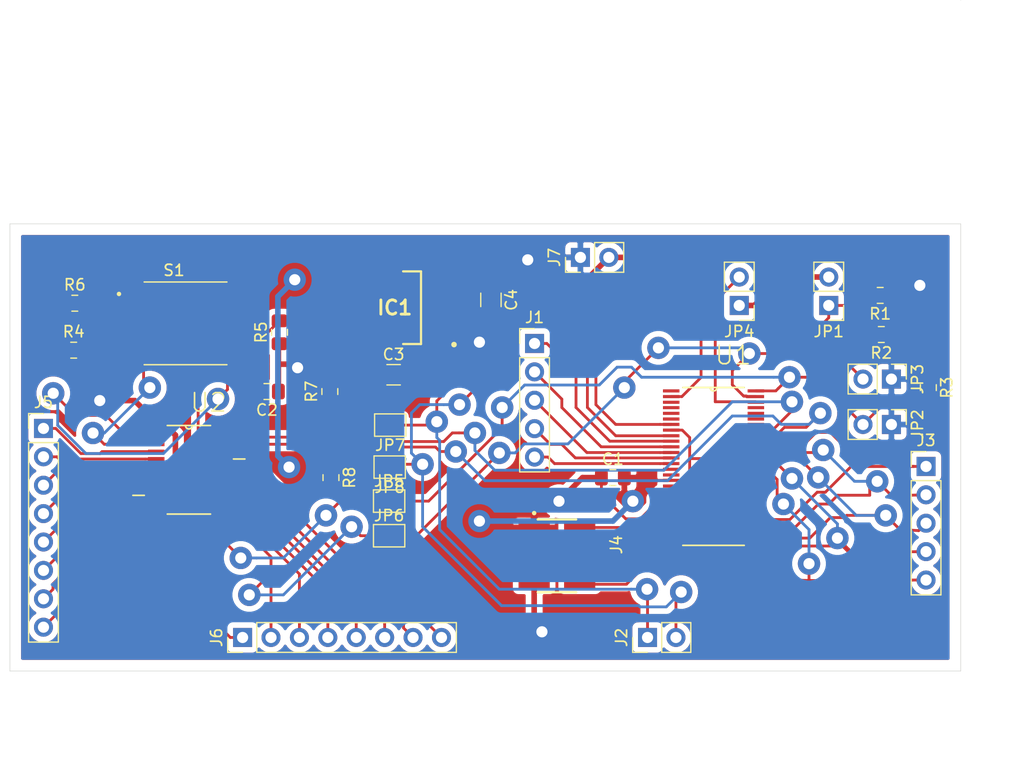
<source format=kicad_pcb>
(kicad_pcb (version 20171130) (host pcbnew "(5.1.5)-3")
  (layers (0 F.Cu signal) (31 B.Cu signal hide) (34 B.Paste user) (35 F.Paste user) (36 B.SilkS user) (37 F.SilkS user) (38 B.Mask user) (39 F.Mask user) (44 Edge.Cuts user))
  (net 0 "")
  (net 1 GND)
  (net 2 "Net-(IC1-Pad2)")
  (net 3 +5V)
  (net 4 +3V3)
  (net 5 "Net-(R6-Pad2)")
  (net 6 "Net-(R4-Pad2)")
  (net 7 "Net-(R5-Pad2)")
  (net 8 "Net-(S1-Pad8)")
  (net 9 "Net-(U1-Pad1)")
  (net 10 "Net-(JP4-Pad2)")
  (net 11 "Net-(U1-Pad3)")
  (net 12 "Net-(U1-Pad4)")
  (net 13 "Net-(U1-Pad5)")
  (net 14 "Net-(U1-Pad6)")
  (net 15 /I2C_SDA_in)
  (net 16 /I2C_SCL_in)
  (net 17 "Net-(J1-Pad1)")
  (net 18 "Net-(J1-Pad2)")
  (net 19 "Net-(J1-Pad3)")
  (net 20 "Net-(J1-Pad4)")
  (net 21 "Net-(J1-Pad5)")
  (net 22 "Net-(U1-Pad15)")
  (net 23 "Net-(U1-Pad16)")
  (net 24 "Net-(U1-Pad18)")
  (net 25 "Net-(U1-Pad20)")
  (net 26 "Net-(U1-Pad21)")
  (net 27 "Net-(U1-Pad22)")
  (net 28 "Net-(U1-Pad23)")
  (net 29 "Net-(J4-Pad10)")
  (net 30 "Net-(J3-Pad5)")
  (net 31 "Net-(J3-Pad4)")
  (net 32 "Net-(J3-Pad3)")
  (net 33 "Net-(J3-Pad2)")
  (net 34 "Net-(J3-Pad1)")
  (net 35 "Net-(U1-Pad34)")
  (net 36 "Net-(U1-Pad35)")
  (net 37 "Net-(U1-Pad36)")
  (net 38 "Net-(U1-Pad37)")
  (net 39 "Net-(U1-Pad39)")
  (net 40 "Net-(U1-Pad40)")
  (net 41 "Net-(U1-Pad41)")
  (net 42 /I2C_SCL_out)
  (net 43 /I2C_SDA_out)
  (net 44 "Net-(U1-Pad50)")
  (net 45 "Net-(U1-Pad51)")
  (net 46 "Net-(U1-Pad52)")
  (net 47 "Net-(U1-Pad53)")
  (net 48 "Net-(JP1-Pad1)")
  (net 49 "Net-(JP3-Pad2)")
  (net 50 "Net-(JP2-Pad2)")
  (net 51 "Net-(J5-Pad1)")
  (net 52 "Net-(J5-Pad2)")
  (net 53 "Net-(J5-Pad3)")
  (net 54 "Net-(J5-Pad4)")
  (net 55 "Net-(J5-Pad5)")
  (net 56 "Net-(J5-Pad6)")
  (net 57 "Net-(J5-Pad7)")
  (net 58 "Net-(J5-Pad8)")
  (net 59 /IO1_0)
  (net 60 /IO1_1)
  (net 61 /IO1_2)
  (net 62 /IO1_3)
  (net 63 /IO1_4)
  (net 64 /IO1_5)
  (net 65 /IO1_6)
  (net 66 /IO1_7)
  (net 67 "Net-(J4-Pad08)")
  (net 68 "Net-(J4-Pad06)")
  (net 69 "Net-(J4-Pad04)")
  (net 70 "Net-(J4-Pad02)")
  (module Capacitor_SMD:C_0805_2012Metric_Pad1.15x1.40mm_HandSolder (layer F.Cu) (at 168.9 112.7)
    (fp_text reference C1 (at 0 -1.65) (layer F.SilkS))
    (fp_text value 100n)
    (pad 2 smd roundrect (at 1.025 0) (size 1.15 1.4) (layers F.Cu F.Paste F.Mask) (roundrect_rratio 0.217391) (net 4 +3V3))
    (pad 1 smd roundrect (at -1.025 0) (size 1.15 1.4) (layers F.Cu F.Paste F.Mask) (roundrect_rratio 0.217391) (net 1 GND))
  )
  (module Capacitor_SMD:C_0805_2012Metric_Pad1.15x1.40mm_HandSolder (layer F.Cu) (at 137.975 105 180)
    (fp_text reference C2 (at 0 -1.65) (layer F.SilkS))
    (fp_text value 100n)
    (pad 1 smd roundrect (at -1.025 0 180) (size 1.15 1.4) (layers F.Cu F.Paste F.Mask) (roundrect_rratio 0.217391) (net 1 GND))
    (pad 2 smd roundrect (at 1.025 0 180) (size 1.15 1.4) (layers F.Cu F.Paste F.Mask) (roundrect_rratio 0.217391) (net 4 +3V3))
  )
  (module Capacitor_SMD:C_1206_3216Metric_Pad1.42x1.75mm_HandSolder (layer F.Cu) (at 149.3 103.5)
    (fp_text reference C3 (at 0 -1.82) (layer F.SilkS))
    (fp_text value 10u)
    (pad 1 smd roundrect (at -1.4875 0) (size 1.425 1.75) (layers F.Cu F.Paste F.Mask) (roundrect_rratio 0.175439) (net 4 +3V3))
    (pad 2 smd roundrect (at 1.4875 0) (size 1.425 1.75) (layers F.Cu F.Paste F.Mask) (roundrect_rratio 0.175439) (net 1 GND))
  )
  (module Capacitor_SMD:C_1206_3216Metric_Pad1.42x1.75mm_HandSolder (layer F.Cu) (at 158 96.8 270)
    (fp_text reference C4 (at 0 -1.82 90) (layer F.SilkS))
    (fp_text value 10u)
    (pad 2 smd roundrect (at 1.4875 0 270) (size 1.425 1.75) (layers F.Cu F.Paste F.Mask) (roundrect_rratio 0.175439) (net 1 GND))
    (pad 1 smd roundrect (at -1.4875 0 270) (size 1.425 1.75) (layers F.Cu F.Paste F.Mask) (roundrect_rratio 0.175439) (net 3 +5V))
  )
  (module hive:TO229P990X238-4N (layer F.Cu) (at 149.4 97.5 180)
    (fp_text reference IC1 (at 0 0) (layer F.SilkS) (effects (font (size 1.27 1.27) (thickness 0.254))))
    (fp_text value NCP1117DT33T5G hide)
    (pad 1 smd rect (at -4.15 -2.29 270) (size 1 2.85) (layers F.Cu F.Paste F.Mask) (net 1 GND))
    (pad 2 smd rect (at -4.15 0 270) (size 1 2.85) (layers F.Cu F.Paste F.Mask) (net 2 "Net-(IC1-Pad2)"))
    (pad 3 smd rect (at -4.15 2.29 270) (size 1 2.85) (layers F.Cu F.Paste F.Mask) (net 3 +5V))
    (pad 4 smd rect (at 2.6 0 270) (size 5.55 5.95) (layers F.Cu F.Paste F.Mask) (net 4 +3V3))
  )
  (module Connector_PinHeader_2.54mm:PinHeader_1x05_P2.54mm_Vertical (layer F.Cu) (at 161.9 100.7)
    (fp_text reference J1 (at 0 -2.33) (layer F.SilkS))
    (fp_text value "Probe out 1")
    (pad 1 thru_hole rect (at 0 0) (size 1.7 1.7) (drill 1) (layers *.Cu *.Mask) (net 17 "Net-(J1-Pad1)"))
    (pad 2 thru_hole oval (at 0 2.54) (size 1.7 1.7) (drill 1) (layers *.Cu *.Mask) (net 18 "Net-(J1-Pad2)"))
    (pad 3 thru_hole oval (at 0 5.08) (size 1.7 1.7) (drill 1) (layers *.Cu *.Mask) (net 19 "Net-(J1-Pad3)"))
    (pad 4 thru_hole oval (at 0 7.62) (size 1.7 1.7) (drill 1) (layers *.Cu *.Mask) (net 20 "Net-(J1-Pad4)"))
    (pad 5 thru_hole oval (at 0 10.16) (size 1.7 1.7) (drill 1) (layers *.Cu *.Mask) (net 21 "Net-(J1-Pad5)"))
  )
  (module Connector_PinHeader_2.54mm:PinHeader_1x02_P2.54mm_Vertical (layer F.Cu) (at 172 127 90)
    (fp_text reference J2 (at 0 -2.33 90) (layer F.SilkS))
    (fp_text value I2C)
    (pad 2 thru_hole oval (at 0 2.54 90) (size 1.7 1.7) (drill 1) (layers *.Cu *.Mask) (net 16 /I2C_SCL_in))
    (pad 1 thru_hole rect (at 0 0 90) (size 1.7 1.7) (drill 1) (layers *.Cu *.Mask) (net 15 /I2C_SDA_in))
  )
  (module Connector_PinHeader_2.54mm:PinHeader_1x05_P2.54mm_Vertical (layer F.Cu) (at 196.9 111.7)
    (fp_text reference J3 (at 0 -2.33) (layer F.SilkS))
    (fp_text value "Probe out 0")
    (pad 5 thru_hole oval (at 0 10.16) (size 1.7 1.7) (drill 1) (layers *.Cu *.Mask) (net 30 "Net-(J3-Pad5)"))
    (pad 4 thru_hole oval (at 0 7.62) (size 1.7 1.7) (drill 1) (layers *.Cu *.Mask) (net 31 "Net-(J3-Pad4)"))
    (pad 3 thru_hole oval (at 0 5.08) (size 1.7 1.7) (drill 1) (layers *.Cu *.Mask) (net 32 "Net-(J3-Pad3)"))
    (pad 2 thru_hole oval (at 0 2.54) (size 1.7 1.7) (drill 1) (layers *.Cu *.Mask) (net 33 "Net-(J3-Pad2)"))
    (pad 1 thru_hole rect (at 0 0) (size 1.7 1.7) (drill 1) (layers *.Cu *.Mask) (net 34 "Net-(J3-Pad1)"))
  )
  (module hive:SAMTEC_FTSH-105-01-F-DV-007 (layer F.Cu) (at 163.9 119.7 270)
    (fp_text reference J4 (at -1 -5.315 90) (layer F.SilkS))
    (fp_text value "probe connector")
    (pad 01 smd rect (at -2.54 2.035 270) (size 0.74 2.79) (layers F.Cu F.Paste F.Mask) (net 4 +3V3))
    (pad 02 smd rect (at -2.54 -2.035 270) (size 0.74 2.79) (layers F.Cu F.Paste F.Mask) (net 70 "Net-(J4-Pad02)"))
    (pad 03 smd rect (at -1.27 2.035 270) (size 0.74 2.79) (layers F.Cu F.Paste F.Mask) (net 1 GND))
    (pad 04 smd rect (at -1.27 -2.035 270) (size 0.74 2.79) (layers F.Cu F.Paste F.Mask) (net 69 "Net-(J4-Pad04)"))
    (pad 05 smd rect (at 0 2.035 270) (size 0.74 2.79) (layers F.Cu F.Paste F.Mask) (net 1 GND))
    (pad 06 smd rect (at 0 -2.035 270) (size 0.74 2.79) (layers F.Cu F.Paste F.Mask) (net 68 "Net-(J4-Pad06)"))
    (pad 08 smd rect (at 1.27 -2.035 270) (size 0.74 2.79) (layers F.Cu F.Paste F.Mask) (net 67 "Net-(J4-Pad08)"))
    (pad 09 smd rect (at 2.54 2.035 270) (size 0.74 2.79) (layers F.Cu F.Paste F.Mask) (net 1 GND))
    (pad 10 smd rect (at 2.54 -2.035 270) (size 0.74 2.79) (layers F.Cu F.Paste F.Mask) (net 29 "Net-(J4-Pad10)"))
  )
  (module Connector_PinHeader_2.54mm:PinHeader_1x08_P2.54mm_Vertical (layer F.Cu) (at 118 108.3)
    (fp_text reference J5 (at 0 -2.33) (layer F.SilkS))
    (fp_text value "IO bank 0")
    (pad 8 thru_hole oval (at 0 17.78) (size 1.7 1.7) (drill 1) (layers *.Cu *.Mask) (net 58 "Net-(J5-Pad8)"))
    (pad 7 thru_hole oval (at 0 15.24) (size 1.7 1.7) (drill 1) (layers *.Cu *.Mask) (net 57 "Net-(J5-Pad7)"))
    (pad 6 thru_hole oval (at 0 12.7) (size 1.7 1.7) (drill 1) (layers *.Cu *.Mask) (net 56 "Net-(J5-Pad6)"))
    (pad 5 thru_hole oval (at 0 10.16) (size 1.7 1.7) (drill 1) (layers *.Cu *.Mask) (net 55 "Net-(J5-Pad5)"))
    (pad 4 thru_hole oval (at 0 7.62) (size 1.7 1.7) (drill 1) (layers *.Cu *.Mask) (net 54 "Net-(J5-Pad4)"))
    (pad 3 thru_hole oval (at 0 5.08) (size 1.7 1.7) (drill 1) (layers *.Cu *.Mask) (net 53 "Net-(J5-Pad3)"))
    (pad 2 thru_hole oval (at 0 2.54) (size 1.7 1.7) (drill 1) (layers *.Cu *.Mask) (net 52 "Net-(J5-Pad2)"))
    (pad 1 thru_hole rect (at 0 0) (size 1.7 1.7) (drill 1) (layers *.Cu *.Mask) (net 51 "Net-(J5-Pad1)"))
  )
  (module Connector_PinHeader_2.54mm:PinHeader_1x08_P2.54mm_Vertical (layer F.Cu) (at 135.8 127 90)
    (fp_text reference J6 (at 0 -2.33 90) (layer F.SilkS))
    (fp_text value "IO bank 1")
    (pad 1 thru_hole rect (at 0 0 90) (size 1.7 1.7) (drill 1) (layers *.Cu *.Mask) (net 59 /IO1_0))
    (pad 2 thru_hole oval (at 0 2.54 90) (size 1.7 1.7) (drill 1) (layers *.Cu *.Mask) (net 60 /IO1_1))
    (pad 3 thru_hole oval (at 0 5.08 90) (size 1.7 1.7) (drill 1) (layers *.Cu *.Mask) (net 61 /IO1_2))
    (pad 4 thru_hole oval (at 0 7.62 90) (size 1.7 1.7) (drill 1) (layers *.Cu *.Mask) (net 62 /IO1_3))
    (pad 5 thru_hole oval (at 0 10.16 90) (size 1.7 1.7) (drill 1) (layers *.Cu *.Mask) (net 63 /IO1_4))
    (pad 6 thru_hole oval (at 0 12.7 90) (size 1.7 1.7) (drill 1) (layers *.Cu *.Mask) (net 64 /IO1_5))
    (pad 7 thru_hole oval (at 0 15.24 90) (size 1.7 1.7) (drill 1) (layers *.Cu *.Mask) (net 65 /IO1_6))
    (pad 8 thru_hole oval (at 0 17.78 90) (size 1.7 1.7) (drill 1) (layers *.Cu *.Mask) (net 66 /IO1_7))
  )
  (module Connector_PinHeader_2.54mm:PinHeader_1x02_P2.54mm_Vertical (layer F.Cu) (at 166 93 90)
    (fp_text reference J7 (at 0 -2.33 90) (layer F.SilkS))
    (fp_text value 5V)
    (pad 2 thru_hole oval (at 0 2.54 90) (size 1.7 1.7) (drill 1) (layers *.Cu *.Mask) (net 3 +5V))
    (pad 1 thru_hole rect (at 0 0 90) (size 1.7 1.7) (drill 1) (layers *.Cu *.Mask) (net 1 GND))
  )
  (module Connector_PinHeader_2.54mm:PinHeader_1x02_P2.54mm_Vertical (layer F.Cu) (at 188.2 97.3 180)
    (fp_text reference JP1 (at 0 -2.33) (layer F.SilkS))
    (fp_text value "5V 1B1")
    (pad 1 thru_hole rect (at 0 0 180) (size 1.7 1.7) (drill 1) (layers *.Cu *.Mask) (net 48 "Net-(JP1-Pad1)"))
    (pad 2 thru_hole oval (at 0 2.54 180) (size 1.7 1.7) (drill 1) (layers *.Cu *.Mask) (net 3 +5V))
  )
  (module Connector_PinHeader_2.54mm:PinHeader_1x02_P2.54mm_Vertical (layer F.Cu) (at 193.802 107.95 270)
    (fp_text reference JP2 (at 0 -2.33 90) (layer F.SilkS))
    (fp_text value 1OE)
    (pad 1 thru_hole rect (at 0 0 270) (size 1.7 1.7) (drill 1) (layers *.Cu *.Mask) (net 1 GND))
    (pad 2 thru_hole oval (at 0 2.54 270) (size 1.7 1.7) (drill 1) (layers *.Cu *.Mask) (net 50 "Net-(JP2-Pad2)"))
  )
  (module Connector_PinHeader_2.54mm:PinHeader_1x02_P2.54mm_Vertical (layer F.Cu) (at 193.802 103.886 270)
    (fp_text reference JP3 (at 0 -2.33 90) (layer F.SilkS))
    (fp_text value 2OE)
    (pad 2 thru_hole oval (at 0 2.54 270) (size 1.7 1.7) (drill 1) (layers *.Cu *.Mask) (net 49 "Net-(JP3-Pad2)"))
    (pad 1 thru_hole rect (at 0 0 270) (size 1.7 1.7) (drill 1) (layers *.Cu *.Mask) (net 1 GND))
  )
  (module Connector_PinHeader_2.54mm:PinHeader_1x02_P2.54mm_Vertical (layer F.Cu) (at 180.2 97.3 180)
    (fp_text reference JP4 (at 0 -2.33) (layer F.SilkS))
    (fp_text value "5V 1A1")
    (pad 1 thru_hole rect (at 0 0 180) (size 1.7 1.7) (drill 1) (layers *.Cu *.Mask) (net 3 +5V))
    (pad 2 thru_hole oval (at 0 2.54 180) (size 1.7 1.7) (drill 1) (layers *.Cu *.Mask) (net 10 "Net-(JP4-Pad2)"))
  )
  (module Jumper:SolderJumper-2_P1.3mm_Open_Pad1.0x1.5mm (layer F.Cu) (at 148.9 114.8)
    (fp_text reference JP5 (at 0 -1.8) (layer F.SilkS))
    (fp_text value "1OE IO")
    (pad 2 smd rect (at 0.65 0) (size 1 1.5) (layers F.Cu F.Mask) (net 50 "Net-(JP2-Pad2)"))
    (pad 1 smd rect (at -0.65 0) (size 1 1.5) (layers F.Cu F.Mask) (net 59 /IO1_0))
  )
  (module Jumper:SolderJumper-2_P1.3mm_Open_Pad1.0x1.5mm (layer F.Cu) (at 148.9 117.9)
    (fp_text reference JP6 (at 0 -1.8) (layer F.SilkS))
    (fp_text value "2OE IO")
    (pad 1 smd rect (at -0.65 0) (size 1 1.5) (layers F.Cu F.Mask) (net 60 /IO1_1))
    (pad 2 smd rect (at 0.65 0) (size 1 1.5) (layers F.Cu F.Mask) (net 49 "Net-(JP3-Pad2)"))
  )
  (module Jumper:SolderJumper-2_P1.3mm_Open_Pad1.0x1.5mm (layer F.Cu) (at 149 108 180)
    (fp_text reference JP7 (at 0 -1.8) (layer F.SilkS))
    (fp_text value "I2C SW SDA")
    (pad 1 smd rect (at -0.65 0 180) (size 1 1.5) (layers F.Cu F.Mask) (net 15 /I2C_SDA_in))
    (pad 2 smd rect (at 0.65 0 180) (size 1 1.5) (layers F.Cu F.Mask) (net 43 /I2C_SDA_out))
  )
  (module Jumper:SolderJumper-2_P1.3mm_Open_Pad1.0x1.5mm (layer F.Cu) (at 148.95 111.76 180)
    (fp_text reference JP8 (at 0 -1.8) (layer F.SilkS))
    (fp_text value "I2C SW SCL")
    (pad 2 smd rect (at 0.65 0 180) (size 1 1.5) (layers F.Cu F.Mask) (net 42 /I2C_SCL_out))
    (pad 1 smd rect (at -0.65 0 180) (size 1 1.5) (layers F.Cu F.Mask) (net 16 /I2C_SCL_in))
  )
  (module Resistor_SMD:R_0805_2012Metric_Pad1.15x1.40mm_HandSolder (layer F.Cu) (at 192.8 96.4 180)
    (fp_text reference R1 (at 0 -1.65) (layer F.SilkS))
    (fp_text value 100k)
    (pad 2 smd roundrect (at 1.025 0 180) (size 1.15 1.4) (layers F.Cu F.Paste F.Mask) (roundrect_rratio 0.217391) (net 48 "Net-(JP1-Pad1)"))
    (pad 1 smd roundrect (at -1.025 0 180) (size 1.15 1.4) (layers F.Cu F.Paste F.Mask) (roundrect_rratio 0.217391) (net 1 GND))
  )
  (module Resistor_SMD:R_0805_2012Metric_Pad1.15x1.40mm_HandSolder (layer F.Cu) (at 192.9 99.9 180)
    (fp_text reference R2 (at 0 -1.65) (layer F.SilkS))
    (fp_text value 100k)
    (pad 1 smd roundrect (at -1.025 0 180) (size 1.15 1.4) (layers F.Cu F.Paste F.Mask) (roundrect_rratio 0.217391) (net 4 +3V3))
    (pad 2 smd roundrect (at 1.025 0 180) (size 1.15 1.4) (layers F.Cu F.Paste F.Mask) (roundrect_rratio 0.217391) (net 49 "Net-(JP3-Pad2)"))
  )
  (module Resistor_SMD:R_0805_2012Metric_Pad1.15x1.40mm_HandSolder (layer F.Cu) (at 197.104 104.648 270)
    (fp_text reference R3 (at 0 -1.65 90) (layer F.SilkS))
    (fp_text value 100k)
    (pad 2 smd roundrect (at 1.025 0 270) (size 1.15 1.4) (layers F.Cu F.Paste F.Mask) (roundrect_rratio 0.217391) (net 50 "Net-(JP2-Pad2)"))
    (pad 1 smd roundrect (at -1.025 0 270) (size 1.15 1.4) (layers F.Cu F.Paste F.Mask) (roundrect_rratio 0.217391) (net 4 +3V3))
  )
  (module Resistor_SMD:R_0805_2012Metric_Pad1.15x1.40mm_HandSolder (layer F.Cu) (at 120.7 101.3)
    (fp_text reference R4 (at 0 -1.65) (layer F.SilkS))
    (fp_text value 100k)
    (pad 2 smd roundrect (at 1.025 0) (size 1.15 1.4) (layers F.Cu F.Paste F.Mask) (roundrect_rratio 0.217391) (net 6 "Net-(R4-Pad2)"))
    (pad 1 smd roundrect (at -1.025 0) (size 1.15 1.4) (layers F.Cu F.Paste F.Mask) (roundrect_rratio 0.217391) (net 1 GND))
  )
  (module Resistor_SMD:R_0805_2012Metric_Pad1.15x1.40mm_HandSolder (layer F.Cu) (at 139.1 99.7 90)
    (fp_text reference R5 (at 0 -1.65 90) (layer F.SilkS))
    (fp_text value 100k)
    (pad 1 smd roundrect (at -1.025 0 90) (size 1.15 1.4) (layers F.Cu F.Paste F.Mask) (roundrect_rratio 0.217391) (net 1 GND))
    (pad 2 smd roundrect (at 1.025 0 90) (size 1.15 1.4) (layers F.Cu F.Paste F.Mask) (roundrect_rratio 0.217391) (net 7 "Net-(R5-Pad2)"))
  )
  (module Resistor_SMD:R_0805_2012Metric_Pad1.15x1.40mm_HandSolder (layer F.Cu) (at 120.8 97.1)
    (fp_text reference R6 (at 0 -1.65) (layer F.SilkS))
    (fp_text value 100k)
    (pad 2 smd roundrect (at 1.025 0) (size 1.15 1.4) (layers F.Cu F.Paste F.Mask) (roundrect_rratio 0.217391) (net 5 "Net-(R6-Pad2)"))
    (pad 1 smd roundrect (at -1.025 0) (size 1.15 1.4) (layers F.Cu F.Paste F.Mask) (roundrect_rratio 0.217391) (net 1 GND))
  )
  (module Resistor_SMD:R_0805_2012Metric_Pad1.15x1.40mm_HandSolder (layer F.Cu) (at 143.6 105 90)
    (fp_text reference R7 (at 0 -1.65 90) (layer F.SilkS))
    (fp_text value 4k7)
    (pad 1 smd roundrect (at -1.025 0 90) (size 1.15 1.4) (layers F.Cu F.Paste F.Mask) (roundrect_rratio 0.217391) (net 43 /I2C_SDA_out))
    (pad 2 smd roundrect (at 1.025 0 90) (size 1.15 1.4) (layers F.Cu F.Paste F.Mask) (roundrect_rratio 0.217391) (net 4 +3V3))
  )
  (module Resistor_SMD:R_0805_2012Metric_Pad1.15x1.40mm_HandSolder (layer F.Cu) (at 143.7 112.7 270)
    (fp_text reference R8 (at 0 -1.65 90) (layer F.SilkS))
    (fp_text value 4k7)
    (pad 1 smd roundrect (at -1.025 0 270) (size 1.15 1.4) (layers F.Cu F.Paste F.Mask) (roundrect_rratio 0.217391) (net 42 /I2C_SCL_out))
    (pad 2 smd roundrect (at 1.025 0 270) (size 1.15 1.4) (layers F.Cu F.Paste F.Mask) (roundrect_rratio 0.217391) (net 4 +3V3))
  )
  (module hive:SW_RDS-10S-74385-SMT (layer F.Cu) (at 130.7 98.9)
    (fp_text reference S1 (at -1.035 -4.745) (layer F.SilkS))
    (fp_text value "Address Switch 0-7")
    (pad 1 smd rect (at -3.75 -2.54) (size 3 1) (layers F.Cu F.Paste F.Mask) (net 5 "Net-(R6-Pad2)"))
    (pad C_1 smd rect (at -3.75 0) (size 3 1) (layers F.Cu F.Paste F.Mask) (net 4 +3V3))
    (pad 4 smd rect (at -3.75 2.54) (size 3 1) (layers F.Cu F.Paste F.Mask) (net 6 "Net-(R4-Pad2)"))
    (pad 2 smd rect (at 3.75 2.54) (size 3 1) (layers F.Cu F.Paste F.Mask) (net 7 "Net-(R5-Pad2)"))
    (pad C_2 smd rect (at 3.75 0) (size 3 1) (layers F.Cu F.Paste F.Mask) (net 4 +3V3))
    (pad 8 smd rect (at 3.75 -2.54) (size 3 1) (layers F.Cu F.Paste F.Mask) (net 8 "Net-(S1-Pad8)"))
  )
  (module hive:SOP50P810X120-56N (layer F.Cu) (at 177.9 111.7)
    (fp_text reference U1 (at 1.755185 -9.946035) (layer F.SilkS) (effects (font (size 1.642417 1.642417))))
    (fp_text value SN74CB3T16211DGGR)
    (pad 1 smd rect (at -3.7846 -6.7564) (size 1.4732 0.2794) (layers F.Cu F.Paste F.Mask) (net 9 "Net-(U1-Pad1)"))
    (pad 2 smd rect (at -3.7846 -6.2484) (size 1.4732 0.2794) (layers F.Cu F.Paste F.Mask) (net 10 "Net-(JP4-Pad2)"))
    (pad 3 smd rect (at -3.7846 -5.7404) (size 1.4732 0.2794) (layers F.Cu F.Paste F.Mask) (net 11 "Net-(U1-Pad3)"))
    (pad 4 smd rect (at -3.7846 -5.2578) (size 1.4732 0.2794) (layers F.Cu F.Paste F.Mask) (net 12 "Net-(U1-Pad4)"))
    (pad 5 smd rect (at -3.7846 -4.7498) (size 1.4732 0.2794) (layers F.Cu F.Paste F.Mask) (net 13 "Net-(U1-Pad5)"))
    (pad 6 smd rect (at -3.7846 -4.2418) (size 1.4732 0.2794) (layers F.Cu F.Paste F.Mask) (net 14 "Net-(U1-Pad6)"))
    (pad 7 smd rect (at -3.7846 -3.7592) (size 1.4732 0.2794) (layers F.Cu F.Paste F.Mask) (net 15 /I2C_SDA_in))
    (pad 8 smd rect (at -3.7846 -3.2512) (size 1.4732 0.2794) (layers F.Cu F.Paste F.Mask) (net 1 GND))
    (pad 9 smd rect (at -3.7846 -2.7432) (size 1.4732 0.2794) (layers F.Cu F.Paste F.Mask) (net 16 /I2C_SCL_in))
    (pad 10 smd rect (at -3.7846 -2.2606) (size 1.4732 0.2794) (layers F.Cu F.Paste F.Mask) (net 17 "Net-(J1-Pad1)"))
    (pad 11 smd rect (at -3.7846 -1.7526) (size 1.4732 0.2794) (layers F.Cu F.Paste F.Mask) (net 18 "Net-(J1-Pad2)"))
    (pad 12 smd rect (at -3.7846 -1.2446) (size 1.4732 0.2794) (layers F.Cu F.Paste F.Mask) (net 19 "Net-(J1-Pad3)"))
    (pad 13 smd rect (at -3.7846 -0.762) (size 1.4732 0.2794) (layers F.Cu F.Paste F.Mask) (net 20 "Net-(J1-Pad4)"))
    (pad 14 smd rect (at -3.7846 -0.254) (size 1.4732 0.2794) (layers F.Cu F.Paste F.Mask) (net 21 "Net-(J1-Pad5)"))
    (pad 15 smd rect (at -3.7846 0.254) (size 1.4732 0.2794) (layers F.Cu F.Paste F.Mask) (net 22 "Net-(U1-Pad15)"))
    (pad 16 smd rect (at -3.7846 0.762) (size 1.4732 0.2794) (layers F.Cu F.Paste F.Mask) (net 23 "Net-(U1-Pad16)"))
    (pad 17 smd rect (at -3.7846 1.2446) (size 1.4732 0.2794) (layers F.Cu F.Paste F.Mask) (net 4 +3V3))
    (pad 18 smd rect (at -3.7846 1.7526) (size 1.4732 0.2794) (layers F.Cu F.Paste F.Mask) (net 24 "Net-(U1-Pad18)"))
    (pad 19 smd rect (at -3.7846 2.2606) (size 1.4732 0.2794) (layers F.Cu F.Paste F.Mask) (net 1 GND))
    (pad 20 smd rect (at -3.7846 2.7432) (size 1.4732 0.2794) (layers F.Cu F.Paste F.Mask) (net 25 "Net-(U1-Pad20)"))
    (pad 21 smd rect (at -3.7846 3.2512) (size 1.4732 0.2794) (layers F.Cu F.Paste F.Mask) (net 26 "Net-(U1-Pad21)"))
    (pad 22 smd rect (at -3.7846 3.7592) (size 1.4732 0.2794) (layers F.Cu F.Paste F.Mask) (net 27 "Net-(U1-Pad22)"))
    (pad 23 smd rect (at -3.7846 4.2418) (size 1.4732 0.2794) (layers F.Cu F.Paste F.Mask) (net 28 "Net-(U1-Pad23)"))
    (pad 24 smd rect (at -3.7846 4.7498) (size 1.4732 0.2794) (layers F.Cu F.Paste F.Mask) (net 70 "Net-(J4-Pad02)"))
    (pad 25 smd rect (at -3.7846 5.2578) (size 1.4732 0.2794) (layers F.Cu F.Paste F.Mask) (net 69 "Net-(J4-Pad04)"))
    (pad 26 smd rect (at -3.7846 5.7404) (size 1.4732 0.2794) (layers F.Cu F.Paste F.Mask) (net 68 "Net-(J4-Pad06)"))
    (pad 27 smd rect (at -3.7846 6.2484) (size 1.4732 0.2794) (layers F.Cu F.Paste F.Mask) (net 67 "Net-(J4-Pad08)"))
    (pad 28 smd rect (at -3.7846 6.7564) (size 1.4732 0.2794) (layers F.Cu F.Paste F.Mask) (net 29 "Net-(J4-Pad10)"))
    (pad 29 smd rect (at 3.7846 6.7564) (size 1.4732 0.2794) (layers F.Cu F.Paste F.Mask) (net 30 "Net-(J3-Pad5)"))
    (pad 30 smd rect (at 3.7846 6.2484) (size 1.4732 0.2794) (layers F.Cu F.Paste F.Mask) (net 31 "Net-(J3-Pad4)"))
    (pad 31 smd rect (at 3.7846 5.7404) (size 1.4732 0.2794) (layers F.Cu F.Paste F.Mask) (net 32 "Net-(J3-Pad3)"))
    (pad 32 smd rect (at 3.7846 5.2578) (size 1.4732 0.2794) (layers F.Cu F.Paste F.Mask) (net 33 "Net-(J3-Pad2)"))
    (pad 33 smd rect (at 3.7846 4.7498) (size 1.4732 0.2794) (layers F.Cu F.Paste F.Mask) (net 34 "Net-(J3-Pad1)"))
    (pad 34 smd rect (at 3.7846 4.2418) (size 1.4732 0.2794) (layers F.Cu F.Paste F.Mask) (net 35 "Net-(U1-Pad34)"))
    (pad 35 smd rect (at 3.7846 3.7592) (size 1.4732 0.2794) (layers F.Cu F.Paste F.Mask) (net 36 "Net-(U1-Pad35)"))
    (pad 36 smd rect (at 3.7846 3.2512) (size 1.4732 0.2794) (layers F.Cu F.Paste F.Mask) (net 37 "Net-(U1-Pad36)"))
    (pad 37 smd rect (at 3.7846 2.7432) (size 1.4732 0.2794) (layers F.Cu F.Paste F.Mask) (net 38 "Net-(U1-Pad37)"))
    (pad 38 smd rect (at 3.7846 2.2606) (size 1.4732 0.2794) (layers F.Cu F.Paste F.Mask) (net 1 GND))
    (pad 39 smd rect (at 3.7846 1.7526) (size 1.4732 0.2794) (layers F.Cu F.Paste F.Mask) (net 39 "Net-(U1-Pad39)"))
    (pad 40 smd rect (at 3.7846 1.2446) (size 1.4732 0.2794) (layers F.Cu F.Paste F.Mask) (net 40 "Net-(U1-Pad40)"))
    (pad 41 smd rect (at 3.7846 0.762) (size 1.4732 0.2794) (layers F.Cu F.Paste F.Mask) (net 41 "Net-(U1-Pad41)"))
    (pad 42 smd rect (at 3.7846 0.254) (size 1.4732 0.2794) (layers F.Cu F.Paste F.Mask) (net 30 "Net-(J3-Pad5)"))
    (pad 43 smd rect (at 3.7846 -0.254) (size 1.4732 0.2794) (layers F.Cu F.Paste F.Mask) (net 31 "Net-(J3-Pad4)"))
    (pad 44 smd rect (at 3.7846 -0.762) (size 1.4732 0.2794) (layers F.Cu F.Paste F.Mask) (net 32 "Net-(J3-Pad3)"))
    (pad 45 smd rect (at 3.7846 -1.2446) (size 1.4732 0.2794) (layers F.Cu F.Paste F.Mask) (net 33 "Net-(J3-Pad2)"))
    (pad 46 smd rect (at 3.7846 -1.7526) (size 1.4732 0.2794) (layers F.Cu F.Paste F.Mask) (net 34 "Net-(J3-Pad1)"))
    (pad 47 smd rect (at 3.7846 -2.2606) (size 1.4732 0.2794) (layers F.Cu F.Paste F.Mask) (net 42 /I2C_SCL_out))
    (pad 48 smd rect (at 3.7846 -2.7432) (size 1.4732 0.2794) (layers F.Cu F.Paste F.Mask) (net 43 /I2C_SDA_out))
    (pad 49 smd rect (at 3.7846 -3.2512) (size 1.4732 0.2794) (layers F.Cu F.Paste F.Mask) (net 1 GND))
    (pad 50 smd rect (at 3.7846 -3.7592) (size 1.4732 0.2794) (layers F.Cu F.Paste F.Mask) (net 44 "Net-(U1-Pad50)"))
    (pad 51 smd rect (at 3.7846 -4.2418) (size 1.4732 0.2794) (layers F.Cu F.Paste F.Mask) (net 45 "Net-(U1-Pad51)"))
    (pad 52 smd rect (at 3.7846 -4.7498) (size 1.4732 0.2794) (layers F.Cu F.Paste F.Mask) (net 46 "Net-(U1-Pad52)"))
    (pad 53 smd rect (at 3.7846 -5.2578) (size 1.4732 0.2794) (layers F.Cu F.Paste F.Mask) (net 47 "Net-(U1-Pad53)"))
    (pad 54 smd rect (at 3.7846 -5.7404) (size 1.4732 0.2794) (layers F.Cu F.Paste F.Mask) (net 48 "Net-(JP1-Pad1)"))
    (pad 55 smd rect (at 3.7846 -6.2484) (size 1.4732 0.2794) (layers F.Cu F.Paste F.Mask) (net 49 "Net-(JP3-Pad2)"))
    (pad 56 smd rect (at 3.7846 -6.7564) (size 1.4732 0.2794) (layers F.Cu F.Paste F.Mask) (net 50 "Net-(JP2-Pad2)"))
  )
  (module hive:SOP65P640X110-24N (layer F.Cu) (at 131 112)
    (fp_text reference U2 (at 1.757745 -6.012055) (layer F.SilkS) (effects (font (size 1.644827 1.644827))))
    (fp_text value PCA9535CPW,118)
    (pad 1 smd rect (at -2.921 -3.5814) (size 1.4732 0.3556) (layers F.Cu F.Paste F.Mask) (net 1 GND))
    (pad 2 smd rect (at -2.921 -2.921) (size 1.4732 0.3556) (layers F.Cu F.Paste F.Mask) (net 7 "Net-(R5-Pad2)"))
    (pad 3 smd rect (at -2.921 -2.286) (size 1.4732 0.3556) (layers F.Cu F.Paste F.Mask) (net 6 "Net-(R4-Pad2)"))
    (pad 4 smd rect (at -2.921 -1.6256) (size 1.4732 0.3556) (layers F.Cu F.Paste F.Mask) (net 51 "Net-(J5-Pad1)"))
    (pad 5 smd rect (at -2.921 -0.9652) (size 1.4732 0.3556) (layers F.Cu F.Paste F.Mask) (net 52 "Net-(J5-Pad2)"))
    (pad 6 smd rect (at -2.921 -0.3302) (size 1.4732 0.3556) (layers F.Cu F.Paste F.Mask) (net 53 "Net-(J5-Pad3)"))
    (pad 7 smd rect (at -2.921 0.3302) (size 1.4732 0.3556) (layers F.Cu F.Paste F.Mask) (net 54 "Net-(J5-Pad4)"))
    (pad 8 smd rect (at -2.921 0.9652) (size 1.4732 0.3556) (layers F.Cu F.Paste F.Mask) (net 55 "Net-(J5-Pad5)"))
    (pad 9 smd rect (at -2.921 1.6256) (size 1.4732 0.3556) (layers F.Cu F.Paste F.Mask) (net 56 "Net-(J5-Pad6)"))
    (pad 10 smd rect (at -2.921 2.286) (size 1.4732 0.3556) (layers F.Cu F.Paste F.Mask) (net 57 "Net-(J5-Pad7)"))
    (pad 11 smd rect (at -2.921 2.921) (size 1.4732 0.3556) (layers F.Cu F.Paste F.Mask) (net 58 "Net-(J5-Pad8)"))
    (pad 12 smd rect (at -2.921 3.5814) (size 1.4732 0.3556) (layers F.Cu F.Paste F.Mask) (net 1 GND))
    (pad 13 smd rect (at 2.921 3.5814) (size 1.4732 0.3556) (layers F.Cu F.Paste F.Mask) (net 59 /IO1_0))
    (pad 14 smd rect (at 2.921 2.921) (size 1.4732 0.3556) (layers F.Cu F.Paste F.Mask) (net 60 /IO1_1))
    (pad 15 smd rect (at 2.921 2.286) (size 1.4732 0.3556) (layers F.Cu F.Paste F.Mask) (net 61 /IO1_2))
    (pad 16 smd rect (at 2.921 1.6256) (size 1.4732 0.3556) (layers F.Cu F.Paste F.Mask) (net 62 /IO1_3))
    (pad 17 smd rect (at 2.921 0.9652) (size 1.4732 0.3556) (layers F.Cu F.Paste F.Mask) (net 63 /IO1_4))
    (pad 18 smd rect (at 2.921 0.3302) (size 1.4732 0.3556) (layers F.Cu F.Paste F.Mask) (net 64 /IO1_5))
    (pad 19 smd rect (at 2.921 -0.3302) (size 1.4732 0.3556) (layers F.Cu F.Paste F.Mask) (net 65 /IO1_6))
    (pad 20 smd rect (at 2.921 -0.9652) (size 1.4732 0.3556) (layers F.Cu F.Paste F.Mask) (net 66 /IO1_7))
    (pad 21 smd rect (at 2.921 -1.6256) (size 1.4732 0.3556) (layers F.Cu F.Paste F.Mask) (net 5 "Net-(R6-Pad2)"))
    (pad 22 smd rect (at 2.921 -2.286) (size 1.4732 0.3556) (layers F.Cu F.Paste F.Mask) (net 42 /I2C_SCL_out))
    (pad 23 smd rect (at 2.921 -2.921) (size 1.4732 0.3556) (layers F.Cu F.Paste F.Mask) (net 43 /I2C_SDA_out))
    (pad 24 smd rect (at 2.921 -3.5814) (size 1.4732 0.3556) (layers F.Cu F.Paste F.Mask) (net 4 +3V3))
  )
  (gr_line (start 115 90) (end 115 130) (layer Edge.Cuts) (width 0.05))
  (gr_line (start 200 130) (end 200 90) (layer Edge.Cuts) (width 0.05))
  (gr_line (start 200 70) (end 200 70) (layer Edge.Cuts) (width 0.05))
  (gr_line (start 200 130) (end 115 130) (layer Edge.Cuts) (width 0.05))
  (gr_line (start 115 90) (end 200 90) (layer Edge.Cuts) (width 0.05))
  (segment (start 119.675 97.2) (end 119.775 97.1) (width 0.5) (layer F.Cu) (net 1))
  (segment (start 119.675 101.3) (end 119.675 97.2) (width 0.5) (layer F.Cu) (net 1))
  (segment (start 129.143002 115.5814) (end 129.794 114.930402) (width 0.5) (layer F.Cu) (net 1))
  (segment (start 128.079 115.5814) (end 129.143002 115.5814) (width 0.5) (layer F.Cu) (net 1))
  (segment (start 129.3156 108.4186) (end 128.079 108.4186) (width 0.5) (layer F.Cu) (net 1))
  (segment (start 129.794 108.897) (end 129.3156 108.4186) (width 0.5) (layer F.Cu) (net 1))
  (segment (start 129.794 114.930402) (end 129.794 108.897) (width 0.5) (layer F.Cu) (net 1))
  (segment (start 139 100.825) (end 139.1 100.725) (width 0.5) (layer F.Cu) (net 1))
  (segment (start 140.4 102.554) (end 140.716 102.87) (width 0.5) (layer F.Cu) (net 1))
  (segment (start 139 102.554) (end 140.4 102.554) (width 0.5) (layer F.Cu) (net 1))
  (segment (start 139 102.554) (end 139 100.825) (width 0.5) (layer F.Cu) (net 1))
  (segment (start 139 105) (end 139 102.554) (width 0.5) (layer F.Cu) (net 1))
  (via (at 140.716 102.87) (size 2) (drill 1) (layers F.Cu B.Cu) (net 1))
  (segment (start 153.55 101.45) (end 153.55 100.79) (width 0.5) (layer F.Cu) (net 1))
  (segment (start 151.5 103.5) (end 153.55 101.45) (width 0.5) (layer F.Cu) (net 1))
  (segment (start 153.55 100.79) (end 153.55 99.79) (width 0.5) (layer F.Cu) (net 1))
  (segment (start 150.7875 103.5) (end 151.5 103.5) (width 0.5) (layer F.Cu) (net 1))
  (segment (start 155.475 99.79) (end 153.55 99.79) (width 0.5) (layer F.Cu) (net 1))
  (segment (start 157.21 99.79) (end 155.475 99.79) (width 0.5) (layer F.Cu) (net 1))
  (segment (start 158 99) (end 157.21 99.79) (width 0.5) (layer F.Cu) (net 1))
  (segment (start 158 98.2875) (end 158 99) (width 0.5) (layer F.Cu) (net 1))
  (segment (start 166 93) (end 161.508 93) (width 0.5) (layer F.Cu) (net 1))
  (segment (start 161.508 93) (end 161.29 93.218) (width 0.5) (layer F.Cu) (net 1))
  (via (at 161.29 93.218) (size 2) (drill 1) (layers F.Cu B.Cu) (net 1))
  (segment (start 193.825 96.4) (end 195.446 96.4) (width 0.5) (layer F.Cu) (net 1))
  (via (at 196.342 95.504) (size 2) (drill 1) (layers F.Cu B.Cu) (net 1))
  (segment (start 195.446 96.4) (end 196.342 95.504) (width 0.5) (layer F.Cu) (net 1))
  (segment (start 161.865 118.43) (end 161.865 119.7) (width 0.5) (layer F.Cu) (net 1))
  (segment (start 161.865 119.7) (end 161.865 122.24) (width 0.5) (layer F.Cu) (net 1))
  (segment (start 175.102 108.4488) (end 175.768 109.1148) (width 0.25) (layer F.Cu) (net 1))
  (segment (start 174.1154 108.4488) (end 175.102 108.4488) (width 0.25) (layer F.Cu) (net 1))
  (segment (start 175.768 113.284) (end 175.073501 113.978499) (width 0.25) (layer F.Cu) (net 1))
  (segment (start 180.698 108.4488) (end 179.832 109.3148) (width 0.25) (layer F.Cu) (net 1))
  (segment (start 181.6846 108.4488) (end 180.698 108.4488) (width 0.25) (layer F.Cu) (net 1))
  (segment (start 180.698 113.9606) (end 181.6846 113.9606) (width 0.25) (layer F.Cu) (net 1))
  (segment (start 180.5086 113.9606) (end 180.698 113.9606) (width 0.25) (layer F.Cu) (net 1))
  (segment (start 179.832 113.284) (end 180.5086 113.9606) (width 0.25) (layer F.Cu) (net 1))
  (segment (start 179.832 109.3148) (end 179.832 110.998) (width 0.25) (layer F.Cu) (net 1))
  (segment (start 179.832 110.998) (end 179.832 113.284) (width 0.25) (layer F.Cu) (net 1))
  (segment (start 175.768 110.998) (end 175.768 113.284) (width 0.25) (layer F.Cu) (net 1))
  (segment (start 175.768 109.1148) (end 175.768 110.998) (width 0.25) (layer F.Cu) (net 1))
  (segment (start 119.675 102.451724) (end 122.031266 104.80799) (width 0.5) (layer F.Cu) (net 1))
  (via (at 123.031265 105.807989) (size 2) (drill 1) (layers F.Cu B.Cu) (net 1))
  (segment (start 122.031266 104.80799) (end 123.031265 105.807989) (width 0.5) (layer F.Cu) (net 1))
  (segment (start 119.675 101.3) (end 119.675 102.451724) (width 0.5) (layer F.Cu) (net 1))
  (segment (start 128.079 107.7408) (end 126.146189 105.807989) (width 0.5) (layer F.Cu) (net 1))
  (segment (start 126.146189 105.807989) (end 123.031265 105.807989) (width 0.5) (layer F.Cu) (net 1))
  (segment (start 128.079 108.4186) (end 128.079 107.7408) (width 0.5) (layer F.Cu) (net 1))
  (segment (start 174.176499 113.978499) (end 175.073501 113.978499) (width 0.25) (layer F.Cu) (net 1))
  (segment (start 174.1586 113.9606) (end 174.176499 113.978499) (width 0.25) (layer F.Cu) (net 1))
  (segment (start 174.1154 113.9606) (end 174.1586 113.9606) (width 0.25) (layer F.Cu) (net 1))
  (segment (start 175.768 110.998) (end 179.832 110.998) (width 0.25) (layer F.Cu) (net 1))
  (via (at 164.084 114.808) (size 2) (drill 1) (layers F.Cu B.Cu) (net 1))
  (segment (start 166.192 112.7) (end 165.083999 113.808001) (width 0.5) (layer F.Cu) (net 1))
  (segment (start 165.083999 113.808001) (end 164.084 114.808) (width 0.5) (layer F.Cu) (net 1))
  (segment (start 167.875 112.7) (end 166.192 112.7) (width 0.5) (layer F.Cu) (net 1))
  (segment (start 161.865 125.797) (end 162.56 126.492) (width 0.5) (layer F.Cu) (net 1))
  (via (at 162.56 126.492) (size 2) (drill 1) (layers F.Cu B.Cu) (net 1))
  (segment (start 161.865 122.24) (end 161.865 125.797) (width 0.5) (layer F.Cu) (net 1))
  (via (at 156.971994 100.584) (size 2) (drill 1) (layers F.Cu B.Cu) (net 1))
  (segment (start 157.21 99.79) (end 157.21 100.345994) (width 0.5) (layer F.Cu) (net 1))
  (segment (start 157.21 100.345994) (end 156.971994 100.584) (width 0.5) (layer F.Cu) (net 1))
  (segment (start 167.875 113.4) (end 167.875 112.7) (width 0.25) (layer F.Cu) (net 1))
  (segment (start 167.875 114.210002) (end 167.875 113.4) (width 0.25) (layer F.Cu) (net 1))
  (segment (start 173.1288 113.9606) (end 172.521001 114.568399) (width 0.25) (layer F.Cu) (net 1))
  (segment (start 172.521001 115.2255) (end 171.3595 116.387001) (width 0.25) (layer F.Cu) (net 1))
  (segment (start 170.051999 116.387001) (end 167.875 114.210002) (width 0.25) (layer F.Cu) (net 1))
  (segment (start 171.3595 116.387001) (end 170.051999 116.387001) (width 0.25) (layer F.Cu) (net 1))
  (segment (start 174.1154 113.9606) (end 173.1288 113.9606) (width 0.25) (layer F.Cu) (net 1))
  (segment (start 172.521001 114.568399) (end 172.521001 115.2255) (width 0.25) (layer F.Cu) (net 1))
  (segment (start 157.8975 95.21) (end 158 95.3125) (width 0.5) (layer F.Cu) (net 3))
  (segment (start 153.55 95.21) (end 157.8975 95.21) (width 0.5) (layer F.Cu) (net 3))
  (segment (start 158.875 95.3125) (end 159.8285 96.266) (width 0.5) (layer F.Cu) (net 3))
  (segment (start 158 95.3125) (end 158.875 95.3125) (width 0.5) (layer F.Cu) (net 3))
  (segment (start 165.274 96.266) (end 168.54 93) (width 0.5) (layer F.Cu) (net 3))
  (segment (start 159.8285 96.266) (end 165.274 96.266) (width 0.5) (layer F.Cu) (net 3))
  (segment (start 184.108 94.742) (end 185.166 94.742) (width 0.5) (layer F.Cu) (net 3))
  (segment (start 181.55 97.3) (end 184.108 94.742) (width 0.5) (layer F.Cu) (net 3))
  (segment (start 185.148 94.76) (end 185.166 94.742) (width 0.5) (layer F.Cu) (net 3))
  (segment (start 180.2 97.3) (end 181.55 97.3) (width 0.5) (layer F.Cu) (net 3))
  (segment (start 185.166 94.742) (end 188.2 94.76) (width 0.5) (layer F.Cu) (net 3))
  (segment (start 182.916 93) (end 168.54 93) (width 0.5) (layer F.Cu) (net 3))
  (segment (start 184.108 94.742) (end 184.108 94.192) (width 0.5) (layer F.Cu) (net 3))
  (segment (start 184.108 94.192) (end 182.916 93) (width 0.5) (layer F.Cu) (net 3))
  (segment (start 170.1696 112.9446) (end 169.925 112.7) (width 0.25) (layer F.Cu) (net 4))
  (segment (start 174.1154 112.9446) (end 170.1696 112.9446) (width 0.25) (layer F.Cu) (net 4))
  (segment (start 136.95 106.3762) (end 136.95 105.7) (width 0.25) (layer F.Cu) (net 4))
  (segment (start 136.95 105.7) (end 136.95 105) (width 0.25) (layer F.Cu) (net 4))
  (segment (start 134.9076 108.4186) (end 136.95 106.3762) (width 0.25) (layer F.Cu) (net 4))
  (segment (start 133.921 108.4186) (end 134.9076 108.4186) (width 0.25) (layer F.Cu) (net 4))
  (via (at 140.462 94.996) (size 2) (drill 1) (layers F.Cu B.Cu) (net 4))
  (segment (start 146.8 97.5) (end 142.966 97.5) (width 0.5) (layer F.Cu) (net 4))
  (segment (start 142.966 97.5) (end 140.462 94.996) (width 0.5) (layer F.Cu) (net 4))
  (via (at 156.972 116.586) (size 2) (drill 1) (layers F.Cu B.Cu) (net 4))
  (segment (start 157.546 117.16) (end 161.865 117.16) (width 0.5) (layer F.Cu) (net 4))
  (segment (start 156.972 116.586) (end 157.546 117.16) (width 0.5) (layer F.Cu) (net 4))
  (segment (start 168.91001 116.586) (end 170.688 114.80801) (width 0.5) (layer B.Cu) (net 4))
  (segment (start 169.925 112.7) (end 169.925 114.04501) (width 0.5) (layer F.Cu) (net 4))
  (via (at 170.688 114.80801) (size 2) (drill 1) (layers F.Cu B.Cu) (net 4))
  (segment (start 169.925 114.04501) (end 170.688 114.80801) (width 0.5) (layer F.Cu) (net 4))
  (segment (start 156.972 116.586) (end 168.91001 116.586) (width 0.5) (layer B.Cu) (net 4))
  (segment (start 143.7 113.725) (end 141.919 113.725) (width 0.5) (layer F.Cu) (net 4))
  (segment (start 140.953999 112.759999) (end 139.954 111.76) (width 0.5) (layer F.Cu) (net 4))
  (segment (start 138.954001 96.503999) (end 138.954001 110.760001) (width 0.5) (layer B.Cu) (net 4))
  (segment (start 140.462 94.996) (end 138.954001 96.503999) (width 0.5) (layer B.Cu) (net 4))
  (segment (start 138.954001 110.760001) (end 139.954 111.76) (width 0.5) (layer B.Cu) (net 4))
  (via (at 139.954 111.76) (size 2) (drill 1) (layers F.Cu B.Cu) (net 4))
  (segment (start 141.919 113.725) (end 140.953999 112.759999) (width 0.5) (layer F.Cu) (net 4))
  (segment (start 126.21 97.1) (end 126.95 96.36) (width 0.25) (layer F.Cu) (net 5))
  (segment (start 121.825 97.1) (end 126.21 97.1) (width 0.25) (layer F.Cu) (net 5))
  (segment (start 128.7 96.36) (end 131.826 99.486) (width 0.25) (layer F.Cu) (net 5))
  (segment (start 126.95 96.36) (end 128.7 96.36) (width 0.25) (layer F.Cu) (net 5))
  (segment (start 132.9344 110.3744) (end 133.921 110.3744) (width 0.25) (layer F.Cu) (net 5))
  (segment (start 131.826 109.266) (end 132.9344 110.3744) (width 0.25) (layer F.Cu) (net 5))
  (segment (start 131.826 99.486) (end 131.826 109.266) (width 0.25) (layer F.Cu) (net 5))
  (segment (start 126.81 101.3) (end 126.95 101.44) (width 0.25) (layer F.Cu) (net 6))
  (segment (start 121.725 101.3) (end 126.81 101.3) (width 0.25) (layer F.Cu) (net 6))
  (via (at 127.508 104.648) (size 2) (drill 1) (layers F.Cu B.Cu) (net 6))
  (segment (start 126.95 101.44) (end 126.95 104.09) (width 0.25) (layer F.Cu) (net 6))
  (segment (start 126.95 104.09) (end 127.508 104.648) (width 0.25) (layer F.Cu) (net 6))
  (via (at 122.428 108.712) (size 2) (drill 1) (layers F.Cu B.Cu) (net 6))
  (segment (start 128.079 109.714) (end 123.43 109.714) (width 0.25) (layer F.Cu) (net 6))
  (segment (start 123.43 109.714) (end 122.428 108.712) (width 0.25) (layer F.Cu) (net 6))
  (segment (start 123.444 108.712) (end 122.428 108.712) (width 0.25) (layer B.Cu) (net 6))
  (segment (start 127.508 104.648) (end 123.444 108.712) (width 0.25) (layer B.Cu) (net 6))
  (segment (start 136.335 101.44) (end 139.1 98.675) (width 0.25) (layer F.Cu) (net 7))
  (segment (start 134.45 101.44) (end 136.335 101.44) (width 0.25) (layer F.Cu) (net 7))
  (via (at 133.604 105.664) (size 2) (drill 1) (layers F.Cu B.Cu) (net 7))
  (segment (start 134.45 101.44) (end 134.45 104.818) (width 0.25) (layer F.Cu) (net 7))
  (segment (start 134.45 104.818) (end 133.604 105.664) (width 0.25) (layer F.Cu) (net 7))
  (via (at 118.872 105.156) (size 2) (drill 1) (layers F.Cu B.Cu) (net 7))
  (segment (start 127.0924 109.079) (end 128.079 109.079) (width 0.25) (layer F.Cu) (net 7))
  (segment (start 128.722998 110.545002) (end 121.791998 110.545002) (width 0.25) (layer B.Cu) (net 7))
  (segment (start 121.791998 110.545002) (end 119.271999 108.025003) (width 0.25) (layer B.Cu) (net 7))
  (segment (start 123.572001 107.132999) (end 125.518002 109.079) (width 0.25) (layer F.Cu) (net 7))
  (segment (start 119.271999 105.555999) (end 118.872 105.156) (width 0.25) (layer B.Cu) (net 7))
  (segment (start 118.872 105.156) (end 120.848999 107.132999) (width 0.25) (layer F.Cu) (net 7))
  (segment (start 120.848999 107.132999) (end 123.572001 107.132999) (width 0.25) (layer F.Cu) (net 7))
  (segment (start 119.271999 108.025003) (end 119.271999 105.555999) (width 0.25) (layer B.Cu) (net 7))
  (segment (start 133.604 105.664) (end 128.722998 110.545002) (width 0.25) (layer B.Cu) (net 7))
  (segment (start 125.518002 109.079) (end 127.0924 109.079) (width 0.25) (layer F.Cu) (net 7))
  (segment (start 175.068702 105.4516) (end 176.784 103.736302) (width 0.25) (layer F.Cu) (net 10))
  (segment (start 174.1154 105.4516) (end 175.068702 105.4516) (width 0.25) (layer F.Cu) (net 10))
  (segment (start 176.784 98.176) (end 180.2 94.76) (width 0.25) (layer F.Cu) (net 10))
  (segment (start 176.784 103.736302) (end 176.784 98.176) (width 0.25) (layer F.Cu) (net 10))
  (via (at 153.162 107.696) (size 2) (drill 1) (layers F.Cu B.Cu) (net 15))
  (segment (start 149.65 108) (end 152.858 108) (width 0.25) (layer F.Cu) (net 15))
  (segment (start 152.858 108) (end 153.162 107.696) (width 0.25) (layer F.Cu) (net 15))
  (segment (start 173.1288 107.9408) (end 174.1154 107.9408) (width 0.25) (layer F.Cu) (net 15))
  (segment (start 159.512 100.584) (end 159.512 98.93159) (width 0.25) (layer F.Cu) (net 15))
  (segment (start 156.336002 102.671002) (end 157.424998 102.671002) (width 0.25) (layer F.Cu) (net 15))
  (segment (start 157.424998 102.671002) (end 159.512 100.584) (width 0.25) (layer F.Cu) (net 15))
  (segment (start 153.162 105.845004) (end 156.336002 102.671002) (width 0.25) (layer F.Cu) (net 15))
  (segment (start 167.386 106.172) (end 169.1548 107.9408) (width 0.25) (layer F.Cu) (net 15))
  (segment (start 159.512 98.93159) (end 160.65359 97.79) (width 0.25) (layer F.Cu) (net 15))
  (segment (start 163.068 97.79) (end 167.386 102.108) (width 0.25) (layer F.Cu) (net 15))
  (segment (start 153.162 107.696) (end 153.162 105.845004) (width 0.25) (layer F.Cu) (net 15))
  (segment (start 167.386 102.108) (end 167.386 106.172) (width 0.25) (layer F.Cu) (net 15))
  (segment (start 160.65359 97.79) (end 163.068 97.79) (width 0.25) (layer F.Cu) (net 15))
  (segment (start 169.1548 107.9408) (end 173.1288 107.9408) (width 0.25) (layer F.Cu) (net 15))
  (segment (start 170.543787 122.682) (end 171.958 122.682) (width 0.25) (layer B.Cu) (net 15))
  (segment (start 158.75 122.682) (end 170.543787 122.682) (width 0.25) (layer B.Cu) (net 15))
  (via (at 171.958 122.682) (size 2) (drill 1) (layers F.Cu B.Cu) (net 15))
  (segment (start 153.416 117.348) (end 158.75 122.682) (width 0.25) (layer B.Cu) (net 15))
  (segment (start 172 122.724) (end 171.958 122.682) (width 0.25) (layer F.Cu) (net 15))
  (segment (start 172 127) (end 172 122.724) (width 0.25) (layer F.Cu) (net 15))
  (segment (start 153.162 107.696) (end 153.162 109.110213) (width 0.25) (layer B.Cu) (net 15))
  (segment (start 153.416 109.364213) (end 153.416 117.348) (width 0.25) (layer B.Cu) (net 15))
  (segment (start 153.162 109.110213) (end 153.416 109.364213) (width 0.25) (layer B.Cu) (net 15))
  (via (at 175.006 122.936) (size 2) (drill 1) (layers F.Cu B.Cu) (net 16))
  (segment (start 174.54 127) (end 174.54 123.402) (width 0.25) (layer F.Cu) (net 16))
  (segment (start 174.54 123.402) (end 175.006 122.936) (width 0.25) (layer F.Cu) (net 16))
  (via (at 151.892 111.506) (size 2) (drill 1) (layers F.Cu B.Cu) (net 16))
  (segment (start 149.854 111.506) (end 149.6 111.76) (width 0.25) (layer F.Cu) (net 16))
  (segment (start 151.892 111.506) (end 149.854 111.506) (width 0.25) (layer F.Cu) (net 16))
  (segment (start 150.892001 106.917999) (end 151.637988 106.172012) (width 0.25) (layer B.Cu) (net 16))
  (segment (start 151.637988 106.172012) (end 153.779787 106.172012) (width 0.25) (layer B.Cu) (net 16))
  (segment (start 153.779787 106.172012) (end 155.194 106.172012) (width 0.25) (layer B.Cu) (net 16))
  (segment (start 150.892001 110.506001) (end 150.892001 106.917999) (width 0.25) (layer B.Cu) (net 16))
  (segment (start 151.892 111.506) (end 150.892001 110.506001) (width 0.25) (layer B.Cu) (net 16))
  (via (at 155.194 106.172012) (size 2) (drill 1) (layers F.Cu B.Cu) (net 16))
  (segment (start 171.211997 124.150999) (end 158.948999 124.150999) (width 0.25) (layer B.Cu) (net 16))
  (segment (start 175.006 122.936) (end 173.680999 124.261001) (width 0.25) (layer B.Cu) (net 16))
  (segment (start 171.321999 124.261001) (end 171.211997 124.150999) (width 0.25) (layer B.Cu) (net 16))
  (segment (start 173.680999 124.261001) (end 171.321999 124.261001) (width 0.25) (layer B.Cu) (net 16))
  (segment (start 151.892 117.094) (end 151.892 112.920213) (width 0.25) (layer B.Cu) (net 16))
  (segment (start 158.948999 124.150999) (end 151.892 117.094) (width 0.25) (layer B.Cu) (net 16))
  (segment (start 151.892 112.920213) (end 151.892 111.506) (width 0.25) (layer B.Cu) (net 16))
  (segment (start 169.1548 108.9568) (end 174.1154 108.9568) (width 0.25) (layer F.Cu) (net 16))
  (segment (start 166.624 106.426) (end 169.1548 108.9568) (width 0.25) (layer F.Cu) (net 16))
  (segment (start 166.624 102.616) (end 166.624 106.426) (width 0.25) (layer F.Cu) (net 16))
  (segment (start 162.814 98.806) (end 166.624 102.616) (width 0.25) (layer F.Cu) (net 16))
  (segment (start 160.147006 99.694994) (end 161.036 98.806) (width 0.25) (layer F.Cu) (net 16))
  (segment (start 160.147006 101.219006) (end 160.147006 99.694994) (width 0.25) (layer F.Cu) (net 16))
  (segment (start 155.194 106.172012) (end 160.147006 101.219006) (width 0.25) (layer F.Cu) (net 16))
  (segment (start 161.036 98.806) (end 162.814 98.806) (width 0.25) (layer F.Cu) (net 16))
  (segment (start 168.6214 109.4394) (end 174.1154 109.4394) (width 0.25) (layer F.Cu) (net 17))
  (segment (start 165.608 103.308) (end 165.608 106.426) (width 0.25) (layer F.Cu) (net 17))
  (segment (start 165.608 106.426) (end 168.6214 109.4394) (width 0.25) (layer F.Cu) (net 17))
  (segment (start 161.9 100.7) (end 163 100.7) (width 0.25) (layer F.Cu) (net 17))
  (segment (start 163 100.7) (end 165.608 103.308) (width 0.25) (layer F.Cu) (net 17))
  (segment (start 173.1288 109.9474) (end 174.1154 109.9474) (width 0.25) (layer F.Cu) (net 18))
  (segment (start 167.8594 109.9474) (end 173.1288 109.9474) (width 0.25) (layer F.Cu) (net 18))
  (segment (start 164.338 106.426) (end 167.8594 109.9474) (width 0.25) (layer F.Cu) (net 18))
  (segment (start 161.9 103.24) (end 164.338 105.678) (width 0.25) (layer F.Cu) (net 18))
  (segment (start 164.338 105.678) (end 164.338 106.426) (width 0.25) (layer F.Cu) (net 18))
  (segment (start 173.1288 110.4554) (end 174.1154 110.4554) (width 0.25) (layer F.Cu) (net 19))
  (segment (start 161.9 105.78) (end 166.5754 110.4554) (width 0.25) (layer F.Cu) (net 19))
  (segment (start 166.5754 110.4554) (end 173.1288 110.4554) (width 0.25) (layer F.Cu) (net 19))
  (segment (start 164.338 109.728) (end 163.322 109.728) (width 0.25) (layer F.Cu) (net 20))
  (segment (start 174.1154 110.938) (end 165.548 110.938) (width 0.25) (layer F.Cu) (net 20))
  (segment (start 163.322 109.728) (end 161.9 108.32) (width 0.25) (layer F.Cu) (net 20))
  (segment (start 165.548 110.938) (end 164.338 109.728) (width 0.25) (layer F.Cu) (net 20))
  (segment (start 163.688081 111.446) (end 173.1288 111.446) (width 0.25) (layer F.Cu) (net 21))
  (segment (start 173.1288 111.446) (end 174.1154 111.446) (width 0.25) (layer F.Cu) (net 21))
  (segment (start 163.102081 110.86) (end 163.688081 111.446) (width 0.25) (layer F.Cu) (net 21))
  (segment (start 161.9 110.86) (end 163.102081 110.86) (width 0.25) (layer F.Cu) (net 21))
  (segment (start 173.8976 118.4564) (end 174.1154 118.4564) (width 0.25) (layer F.Cu) (net 29))
  (segment (start 165.935 122.24) (end 170.114 122.24) (width 0.25) (layer F.Cu) (net 29))
  (segment (start 170.114 122.24) (end 173.8976 118.4564) (width 0.25) (layer F.Cu) (net 29))
  (segment (start 195.697919 121.86) (end 196.9 121.86) (width 0.25) (layer F.Cu) (net 30))
  (segment (start 181.6846 118.8461) (end 184.6985 121.86) (width 0.25) (layer F.Cu) (net 30))
  (segment (start 181.6846 118.4564) (end 181.6846 118.8461) (width 0.25) (layer F.Cu) (net 30))
  (segment (start 184.6985 121.86) (end 187.198 121.92) (width 0.25) (layer F.Cu) (net 30))
  (segment (start 187.198 121.92) (end 195.697919 121.86) (width 0.25) (layer F.Cu) (net 30))
  (segment (start 183.586998 114.499012) (end 184.149986 115.062) (width 0.25) (layer F.Cu) (net 30))
  (segment (start 181.6846 111.954) (end 182.6712 111.954) (width 0.25) (layer F.Cu) (net 30))
  (segment (start 183.586998 112.869798) (end 183.586998 114.499012) (width 0.25) (layer F.Cu) (net 30))
  (via (at 184.149986 115.062) (size 2) (drill 1) (layers F.Cu B.Cu) (net 30))
  (segment (start 182.6712 111.954) (end 183.586998 112.869798) (width 0.25) (layer F.Cu) (net 30))
  (segment (start 186.545759 121.92) (end 186.435972 121.810213) (width 0.25) (layer F.Cu) (net 30))
  (via (at 186.435972 120.396) (size 2) (drill 1) (layers F.Cu B.Cu) (net 30))
  (segment (start 186.435972 121.810213) (end 186.435972 120.396) (width 0.25) (layer F.Cu) (net 30))
  (segment (start 184.149986 115.062) (end 186.435972 117.347986) (width 0.25) (layer B.Cu) (net 30))
  (segment (start 186.435972 118.981787) (end 186.435972 120.396) (width 0.25) (layer B.Cu) (net 30))
  (segment (start 187.198 121.92) (end 186.545759 121.92) (width 0.25) (layer F.Cu) (net 30))
  (segment (start 186.435972 117.347986) (end 186.435972 118.981787) (width 0.25) (layer B.Cu) (net 30))
  (segment (start 189.992 119.38) (end 196.9 119.32) (width 0.25) (layer F.Cu) (net 31))
  (segment (start 183.582 111.446) (end 183.912001 111.776001) (width 0.25) (layer F.Cu) (net 31))
  (segment (start 183.912001 111.776001) (end 184.912 112.776) (width 0.25) (layer F.Cu) (net 31))
  (via (at 184.912 112.776) (size 2) (drill 1) (layers F.Cu B.Cu) (net 31))
  (segment (start 181.6846 111.446) (end 183.582 111.446) (width 0.25) (layer F.Cu) (net 31))
  (segment (start 184.912 112.776) (end 188.976 116.84) (width 0.25) (layer B.Cu) (net 31))
  (segment (start 189.992 119.38) (end 189.992 119.126002) (width 0.25) (layer F.Cu) (net 31))
  (segment (start 189.975999 119.110001) (end 188.976 118.110002) (width 0.25) (layer F.Cu) (net 31))
  (via (at 188.976 118.110002) (size 2) (drill 1) (layers F.Cu B.Cu) (net 31))
  (segment (start 189.992 119.126002) (end 189.975999 119.110001) (width 0.25) (layer F.Cu) (net 31))
  (segment (start 188.976 116.84) (end 188.976 118.110002) (width 0.25) (layer B.Cu) (net 31))
  (segment (start 181.6846 117.9484) (end 181.727899 117.991699) (width 0.25) (layer F.Cu) (net 31))
  (segment (start 181.727899 117.991699) (end 182.681201 117.991699) (width 0.25) (layer F.Cu) (net 31))
  (segment (start 189.428998 118.816998) (end 189.992 119.38) (width 0.25) (layer F.Cu) (net 31))
  (segment (start 183.5065 118.816998) (end 189.428998 118.816998) (width 0.25) (layer F.Cu) (net 31))
  (segment (start 182.681201 117.991699) (end 183.5065 118.816998) (width 0.25) (layer F.Cu) (net 31))
  (segment (start 196.2396 117.4404) (end 196.9 116.78) (width 0.25) (layer F.Cu) (net 32))
  (segment (start 194.564 117.348) (end 196.2396 117.4404) (width 0.25) (layer F.Cu) (net 32))
  (segment (start 194.564 117.348) (end 194.563994 117.348) (width 0.25) (layer F.Cu) (net 32))
  (segment (start 194.563994 117.348) (end 194.293993 117.077999) (width 0.25) (layer F.Cu) (net 32))
  (via (at 193.293994 116.078) (size 2) (drill 1) (layers F.Cu B.Cu) (net 32))
  (segment (start 194.293993 117.077999) (end 193.293994 116.078) (width 0.25) (layer F.Cu) (net 32))
  (segment (start 189.811 116.078) (end 193.293994 116.078) (width 0.25) (layer F.Cu) (net 32))
  (segment (start 189.612002 116.276998) (end 189.811 116.078) (width 0.25) (layer F.Cu) (net 32))
  (segment (start 188.339998 116.276998) (end 189.612002 116.276998) (width 0.25) (layer F.Cu) (net 32))
  (segment (start 183.435912 118.11) (end 186.506996 118.11) (width 0.25) (layer F.Cu) (net 32))
  (segment (start 181.727899 117.483699) (end 182.681201 117.483699) (width 0.25) (layer F.Cu) (net 32))
  (segment (start 186.506996 118.11) (end 188.339998 116.276998) (width 0.25) (layer F.Cu) (net 32))
  (segment (start 181.6846 117.4404) (end 181.727899 117.483699) (width 0.25) (layer F.Cu) (net 32))
  (segment (start 182.681201 117.483699) (end 182.739191 117.541689) (width 0.25) (layer F.Cu) (net 32))
  (segment (start 182.739191 117.541689) (end 182.867601 117.541689) (width 0.25) (layer F.Cu) (net 32))
  (segment (start 182.867601 117.541689) (end 183.435912 118.11) (width 0.25) (layer F.Cu) (net 32))
  (segment (start 190.656981 116.078) (end 188.260655 113.681674) (width 0.25) (layer B.Cu) (net 32))
  (via (at 187.260656 112.681675) (size 2) (drill 1) (layers F.Cu B.Cu) (net 32))
  (segment (start 193.293994 116.078) (end 190.656981 116.078) (width 0.25) (layer B.Cu) (net 32))
  (segment (start 188.260655 113.681674) (end 187.260656 112.681675) (width 0.25) (layer B.Cu) (net 32))
  (segment (start 181.6846 110.938) (end 185.516981 110.938) (width 0.25) (layer F.Cu) (net 32))
  (segment (start 185.516981 110.938) (end 187.260656 112.681675) (width 0.25) (layer F.Cu) (net 32))
  (segment (start 194.31 114.3) (end 196.9 114.24) (width 0.25) (layer F.Cu) (net 33))
  (via (at 192.531988 113.03) (size 2) (drill 1) (layers F.Cu B.Cu) (net 33))
  (segment (start 194.31 114.3) (end 193.801988 114.3) (width 0.25) (layer F.Cu) (net 33))
  (segment (start 193.801988 114.3) (end 193.531987 114.029999) (width 0.25) (layer F.Cu) (net 33))
  (segment (start 193.531987 114.029999) (end 192.531988 113.03) (width 0.25) (layer F.Cu) (net 33))
  (segment (start 188.998431 114.277569) (end 191.863427 114.277569) (width 0.25) (layer F.Cu) (net 33))
  (segment (start 188.214 115.062) (end 188.998431 114.277569) (width 0.25) (layer F.Cu) (net 33))
  (segment (start 182.920123 116.9578) (end 183.095496 117.133173) (width 0.25) (layer F.Cu) (net 33))
  (segment (start 181.6846 116.9578) (end 182.920123 116.9578) (width 0.25) (layer F.Cu) (net 33))
  (segment (start 183.095496 117.133173) (end 185.205581 117.133173) (width 0.25) (layer F.Cu) (net 33))
  (segment (start 185.205581 117.133173) (end 187.276754 115.062) (width 0.25) (layer F.Cu) (net 33))
  (segment (start 187.276754 115.062) (end 188.214 115.062) (width 0.25) (layer F.Cu) (net 33))
  (segment (start 191.863427 113.698561) (end 192.531988 113.03) (width 0.25) (layer F.Cu) (net 33))
  (segment (start 191.863427 114.277569) (end 191.863427 113.698561) (width 0.25) (layer F.Cu) (net 33))
  (segment (start 181.6846 110.4554) (end 187.48224 110.4554) (width 0.25) (layer F.Cu) (net 33))
  (segment (start 187.48224 110.4554) (end 187.706 110.23164) (width 0.25) (layer F.Cu) (net 33))
  (segment (start 192.531988 113.03) (end 190.50436 113.03) (width 0.25) (layer B.Cu) (net 33))
  (segment (start 188.705999 111.231639) (end 187.706 110.23164) (width 0.25) (layer B.Cu) (net 33))
  (segment (start 190.50436 113.03) (end 188.705999 111.231639) (width 0.25) (layer B.Cu) (net 33))
  (via (at 187.706 110.23164) (size 2) (drill 1) (layers F.Cu B.Cu) (net 33))
  (segment (start 196.9 111.7) (end 195.8 111.7) (width 0.25) (layer F.Cu) (net 34))
  (segment (start 187.069998 108.656998) (end 188.342002 108.656998) (width 0.25) (layer F.Cu) (net 34))
  (segment (start 188.342002 108.656998) (end 191.385004 111.7) (width 0.25) (layer F.Cu) (net 34))
  (segment (start 190.203333 111.7) (end 195.8 111.7) (width 0.25) (layer F.Cu) (net 34))
  (segment (start 187.896657 114.006676) (end 190.203333 111.7) (width 0.25) (layer F.Cu) (net 34))
  (segment (start 185.779596 109.9474) (end 187.069998 108.656998) (width 0.25) (layer F.Cu) (net 34))
  (segment (start 181.6846 109.9474) (end 185.779596 109.9474) (width 0.25) (layer F.Cu) (net 34))
  (segment (start 184.723204 116.4498) (end 187.166328 114.006676) (width 0.25) (layer F.Cu) (net 34))
  (segment (start 187.166328 114.006676) (end 187.896657 114.006676) (width 0.25) (layer F.Cu) (net 34))
  (segment (start 191.385004 111.7) (end 195.8 111.7) (width 0.25) (layer F.Cu) (net 34))
  (segment (start 181.6846 116.4498) (end 184.723204 116.4498) (width 0.25) (layer F.Cu) (net 34))
  (segment (start 143.7 111.1) (end 143.7 111.675) (width 0.25) (layer F.Cu) (net 42))
  (segment (start 142.314 109.714) (end 143.7 111.1) (width 0.25) (layer F.Cu) (net 42))
  (segment (start 133.921 109.714) (end 142.314 109.714) (width 0.25) (layer F.Cu) (net 42))
  (segment (start 148.215 111.675) (end 148.3 111.76) (width 0.25) (layer F.Cu) (net 42))
  (segment (start 143.7 111.675) (end 148.215 111.675) (width 0.25) (layer F.Cu) (net 42))
  (via (at 187.452 106.934) (size 2) (drill 1) (layers F.Cu B.Cu) (net 42))
  (segment (start 157.468473 112.974999) (end 155.857757 111.364283) (width 0.25) (layer B.Cu) (net 42))
  (segment (start 187.452 106.934) (end 186.452001 107.933999) (width 0.25) (layer B.Cu) (net 42))
  (via (at 154.857758 110.364284) (size 2) (drill 1) (layers F.Cu B.Cu) (net 42))
  (segment (start 153.443545 110.364284) (end 154.857758 110.364284) (width 0.25) (layer F.Cu) (net 42))
  (segment (start 186.452001 107.933999) (end 183.950997 107.933999) (width 0.25) (layer B.Cu) (net 42))
  (segment (start 148.3 111.76) (end 148.3 110.76) (width 0.25) (layer F.Cu) (net 42))
  (segment (start 155.857757 111.364283) (end 154.857758 110.364284) (width 0.25) (layer B.Cu) (net 42))
  (segment (start 173.791001 112.974999) (end 157.468473 112.974999) (width 0.25) (layer B.Cu) (net 42))
  (segment (start 183.204998 107.188) (end 179.578 107.188) (width 0.25) (layer B.Cu) (net 42))
  (segment (start 149.09515 109.96485) (end 153.044111 109.96485) (width 0.25) (layer F.Cu) (net 42))
  (segment (start 179.578 107.188) (end 173.791001 112.974999) (width 0.25) (layer B.Cu) (net 42))
  (segment (start 153.044111 109.96485) (end 153.443545 110.364284) (width 0.25) (layer F.Cu) (net 42))
  (segment (start 148.3 110.76) (end 149.09515 109.96485) (width 0.25) (layer F.Cu) (net 42))
  (segment (start 183.950997 107.933999) (end 183.204998 107.188) (width 0.25) (layer B.Cu) (net 42))
  (segment (start 186.452001 107.933999) (end 187.452 106.934) (width 0.25) (layer F.Cu) (net 42))
  (segment (start 184.232205 108.204) (end 186.182 108.204) (width 0.25) (layer F.Cu) (net 42))
  (segment (start 181.702499 109.421501) (end 182.681201 109.421501) (width 0.25) (layer F.Cu) (net 42))
  (segment (start 186.182 108.204) (end 186.452001 107.933999) (width 0.25) (layer F.Cu) (net 42))
  (segment (start 181.6846 109.4394) (end 181.702499 109.421501) (width 0.25) (layer F.Cu) (net 42))
  (segment (start 182.681201 109.421501) (end 182.695892 109.40681) (width 0.25) (layer F.Cu) (net 42))
  (segment (start 183.029395 109.40681) (end 184.232205 108.204) (width 0.25) (layer F.Cu) (net 42))
  (segment (start 182.695892 109.40681) (end 183.029395 109.40681) (width 0.25) (layer F.Cu) (net 42))
  (segment (start 141.121 109.079) (end 143.6 106.6) (width 0.25) (layer F.Cu) (net 43))
  (segment (start 133.921 109.079) (end 141.121 109.079) (width 0.25) (layer F.Cu) (net 43))
  (segment (start 147.6 108) (end 148.35 108) (width 0.25) (layer F.Cu) (net 43))
  (segment (start 145 108) (end 147.6 108) (width 0.25) (layer F.Cu) (net 43))
  (segment (start 143.6 106.6) (end 145 108) (width 0.25) (layer F.Cu) (net 43))
  (segment (start 143.6 106.025) (end 143.6 106.6) (width 0.25) (layer F.Cu) (net 43))
  (via (at 184.912 105.918) (size 2) (drill 1) (layers F.Cu B.Cu) (net 43))
  (segment (start 184.912 106.716) (end 184.912 105.918) (width 0.25) (layer F.Cu) (net 43))
  (segment (start 181.6846 108.9568) (end 182.6712 108.9568) (width 0.25) (layer F.Cu) (net 43))
  (segment (start 182.6712 108.9568) (end 184.912 106.716) (width 0.25) (layer F.Cu) (net 43))
  (segment (start 158.333983 112.035001) (end 156.567211 110.268229) (width 0.25) (layer B.Cu) (net 43))
  (segment (start 148.824 109.474) (end 153.779787 109.474) (width 0.25) (layer F.Cu) (net 43))
  (segment (start 153.779787 109.474) (end 154.55105 108.702737) (width 0.25) (layer F.Cu) (net 43))
  (via (at 156.567211 108.702737) (size 2) (drill 1) (layers F.Cu B.Cu) (net 43))
  (segment (start 154.55105 108.702737) (end 155.152998 108.702737) (width 0.25) (layer F.Cu) (net 43))
  (segment (start 179.578 105.918) (end 173.460999 112.035001) (width 0.25) (layer B.Cu) (net 43))
  (segment (start 156.567211 110.268229) (end 156.567211 110.11695) (width 0.25) (layer B.Cu) (net 43))
  (segment (start 155.152998 108.702737) (end 156.567211 108.702737) (width 0.25) (layer F.Cu) (net 43))
  (segment (start 173.460999 112.035001) (end 158.333983 112.035001) (width 0.25) (layer B.Cu) (net 43))
  (segment (start 148.35 109) (end 148.824 109.474) (width 0.25) (layer F.Cu) (net 43))
  (segment (start 148.35 108) (end 148.35 109) (width 0.25) (layer F.Cu) (net 43))
  (segment (start 184.912 105.918) (end 179.578 105.918) (width 0.25) (layer B.Cu) (net 43))
  (segment (start 156.567211 110.11695) (end 156.567211 108.702737) (width 0.25) (layer B.Cu) (net 43))
  (segment (start 191.575 97.3) (end 191.775 97.1) (width 0.25) (layer F.Cu) (net 48))
  (segment (start 191.775 97.1) (end 191.775 96.4) (width 0.25) (layer F.Cu) (net 48))
  (segment (start 188.2 97.3) (end 191.575 97.3) (width 0.25) (layer F.Cu) (net 48))
  (segment (start 181.641301 105.916301) (end 181.6846 105.9596) (width 0.25) (layer F.Cu) (net 48))
  (segment (start 188.2 98.4) (end 186.778 99.822) (width 0.25) (layer F.Cu) (net 48))
  (segment (start 186.778 99.822) (end 178.054 99.822) (width 0.25) (layer F.Cu) (net 48))
  (segment (start 188.2 97.3) (end 188.2 98.4) (width 0.25) (layer F.Cu) (net 48))
  (segment (start 178.054 99.822) (end 178.054 105.916301) (width 0.25) (layer F.Cu) (net 48))
  (segment (start 178.054 105.916301) (end 181.641301 105.916301) (width 0.25) (layer F.Cu) (net 48))
  (segment (start 191.875 99.9) (end 191.3 99.9) (width 0.25) (layer F.Cu) (net 49))
  (via (at 172.974 101.092) (size 2) (drill 1) (layers F.Cu B.Cu) (net 49))
  (via (at 181.102 101.6) (size 2) (drill 1) (layers F.Cu B.Cu) (net 49))
  (segment (start 172.974 101.092) (end 180.594 101.092) (width 0.25) (layer B.Cu) (net 49))
  (segment (start 180.594 101.092) (end 181.102 101.6) (width 0.25) (layer B.Cu) (net 49))
  (segment (start 180.839291 105.401291) (end 180.904291 105.466291) (width 0.25) (layer F.Cu) (net 49))
  (via (at 158.749984 110.49) (size 2) (drill 1) (layers F.Cu B.Cu) (net 49))
  (segment (start 149.55 117.9) (end 151.339984 117.9) (width 0.25) (layer F.Cu) (net 49))
  (segment (start 157.749985 111.489999) (end 158.749984 110.49) (width 0.25) (layer F.Cu) (net 49))
  (segment (start 151.339984 117.9) (end 157.749985 111.489999) (width 0.25) (layer F.Cu) (net 49))
  (segment (start 188.976 101.6) (end 181.102 101.6) (width 0.25) (layer F.Cu) (net 49))
  (segment (start 191.262 103.886) (end 188.976 101.6) (width 0.25) (layer F.Cu) (net 49))
  (segment (start 191.3 99.9) (end 189.6 101.6) (width 0.25) (layer F.Cu) (net 49))
  (segment (start 189.6 101.6) (end 188.976 101.6) (width 0.25) (layer F.Cu) (net 49))
  (segment (start 180.809399 105.401291) (end 180.602709 105.401291) (width 0.25) (layer F.Cu) (net 49))
  (segment (start 181.6846 105.4516) (end 180.859708 105.4516) (width 0.25) (layer F.Cu) (net 49))
  (segment (start 180.859708 105.4516) (end 180.809399 105.401291) (width 0.25) (layer F.Cu) (net 49))
  (segment (start 180.602709 105.401291) (end 180.839291 105.401291) (width 0.25) (layer F.Cu) (net 49))
  (segment (start 164.889001 109.684999) (end 168.926001 105.647999) (width 0.25) (layer B.Cu) (net 49))
  (segment (start 172.974 101.092) (end 169.926 104.14) (width 0.25) (layer F.Cu) (net 49))
  (segment (start 160.164197 110.49) (end 160.969198 109.684999) (width 0.25) (layer B.Cu) (net 49))
  (segment (start 168.926001 105.647999) (end 169.926 104.648) (width 0.25) (layer B.Cu) (net 49))
  (segment (start 169.926 104.14) (end 169.926 104.648) (width 0.25) (layer F.Cu) (net 49))
  (segment (start 158.749984 110.49) (end 160.164197 110.49) (width 0.25) (layer B.Cu) (net 49))
  (segment (start 160.969198 109.684999) (end 164.889001 109.684999) (width 0.25) (layer B.Cu) (net 49))
  (via (at 169.926 104.648) (size 2) (drill 1) (layers F.Cu B.Cu) (net 49))
  (segment (start 180.585291 105.401291) (end 180.602709 105.401291) (width 0.25) (layer F.Cu) (net 49))
  (segment (start 179.578 104.394) (end 180.585291 105.401291) (width 0.25) (layer F.Cu) (net 49))
  (segment (start 181.102 101.6) (end 179.578 103.124) (width 0.25) (layer F.Cu) (net 49))
  (segment (start 179.578 103.124) (end 179.578 104.394) (width 0.25) (layer F.Cu) (net 49))
  (via (at 159.004 106.426) (size 2) (drill 1) (layers F.Cu B.Cu) (net 50))
  (segment (start 193.539 105.673) (end 191.262 107.95) (width 0.25) (layer F.Cu) (net 50))
  (segment (start 197.104 105.673) (end 193.539 105.673) (width 0.25) (layer F.Cu) (net 50))
  (segment (start 181.6846 104.9436) (end 183.464631 104.9436) (width 0.25) (layer F.Cu) (net 50))
  (via (at 184.690011 103.71822) (size 2) (drill 1) (layers F.Cu B.Cu) (net 50))
  (segment (start 183.690012 104.718219) (end 184.690011 103.71822) (width 0.25) (layer F.Cu) (net 50))
  (segment (start 183.464631 104.9436) (end 183.690012 104.718219) (width 0.25) (layer F.Cu) (net 50))
  (segment (start 191.262 107.95) (end 187.03022 103.71822) (width 0.25) (layer F.Cu) (net 50))
  (segment (start 186.104224 103.71822) (end 184.690011 103.71822) (width 0.25) (layer F.Cu) (net 50))
  (segment (start 187.03022 103.71822) (end 186.104224 103.71822) (width 0.25) (layer F.Cu) (net 50))
  (segment (start 167.689995 104.415001) (end 169.289999 102.814997) (width 0.25) (layer B.Cu) (net 50))
  (segment (start 159.004 106.426) (end 161.014999 104.415001) (width 0.25) (layer B.Cu) (net 50))
  (segment (start 161.014999 104.415001) (end 167.689995 104.415001) (width 0.25) (layer B.Cu) (net 50))
  (segment (start 183.275798 103.71822) (end 184.690011 103.71822) (width 0.25) (layer B.Cu) (net 50))
  (segment (start 169.289999 102.814997) (end 170.562001 102.814997) (width 0.25) (layer B.Cu) (net 50))
  (segment (start 171.465224 103.71822) (end 183.275798 103.71822) (width 0.25) (layer B.Cu) (net 50))
  (segment (start 170.562001 102.814997) (end 171.465224 103.71822) (width 0.25) (layer B.Cu) (net 50))
  (segment (start 159.004 107.840213) (end 159.004 106.426) (width 0.25) (layer F.Cu) (net 50))
  (segment (start 152.430952 114.8) (end 159.004 108.226952) (width 0.25) (layer F.Cu) (net 50))
  (segment (start 159.004 108.226952) (end 159.004 107.840213) (width 0.25) (layer F.Cu) (net 50))
  (segment (start 149.55 114.8) (end 152.430952 114.8) (width 0.25) (layer F.Cu) (net 50))
  (segment (start 123.234602 110.3744) (end 123.064001 110.545001) (width 0.25) (layer F.Cu) (net 51))
  (segment (start 119.1 108.3) (end 118 108.3) (width 0.25) (layer F.Cu) (net 51))
  (segment (start 123.064001 110.545001) (end 121.345001 110.545001) (width 0.25) (layer F.Cu) (net 51))
  (segment (start 128.079 110.3744) (end 123.234602 110.3744) (width 0.25) (layer F.Cu) (net 51))
  (segment (start 121.345001 110.545001) (end 119.1 108.3) (width 0.25) (layer F.Cu) (net 51))
  (segment (start 119.396881 111.0348) (end 127.0924 111.0348) (width 0.25) (layer F.Cu) (net 52))
  (segment (start 119.202081 110.84) (end 119.396881 111.0348) (width 0.25) (layer F.Cu) (net 52))
  (segment (start 127.0924 111.0348) (end 128.079 111.0348) (width 0.25) (layer F.Cu) (net 52))
  (segment (start 118 110.84) (end 119.202081 110.84) (width 0.25) (layer F.Cu) (net 52))
  (segment (start 119.7102 111.6698) (end 128.079 111.6698) (width 0.25) (layer F.Cu) (net 53))
  (segment (start 118 113.38) (end 119.7102 111.6698) (width 0.25) (layer F.Cu) (net 53))
  (segment (start 121.5898 112.3302) (end 128.079 112.3302) (width 0.25) (layer F.Cu) (net 54))
  (segment (start 118 115.92) (end 121.5898 112.3302) (width 0.25) (layer F.Cu) (net 54))
  (segment (start 123.4948 112.9652) (end 128.079 112.9652) (width 0.25) (layer F.Cu) (net 55))
  (segment (start 118 118.46) (end 123.4948 112.9652) (width 0.25) (layer F.Cu) (net 55))
  (segment (start 125.3744 113.6256) (end 128.079 113.6256) (width 0.25) (layer F.Cu) (net 56))
  (segment (start 118 121) (end 125.3744 113.6256) (width 0.25) (layer F.Cu) (net 56))
  (segment (start 127.0924 114.286) (end 128.079 114.286) (width 0.25) (layer F.Cu) (net 57))
  (segment (start 126.76 114.286) (end 127.0924 114.286) (width 0.25) (layer F.Cu) (net 57))
  (segment (start 118.849999 122.196001) (end 126.76 114.286) (width 0.25) (layer F.Cu) (net 57))
  (segment (start 118.849999 122.690001) (end 118.849999 122.196001) (width 0.25) (layer F.Cu) (net 57))
  (segment (start 118 123.54) (end 118.849999 122.690001) (width 0.25) (layer F.Cu) (net 57))
  (segment (start 127.0924 114.921) (end 128.079 114.921) (width 0.25) (layer F.Cu) (net 58))
  (segment (start 118 126.08) (end 121.666 122.414) (width 0.25) (layer F.Cu) (net 58))
  (segment (start 121.666 120.3474) (end 127.0924 114.921) (width 0.25) (layer F.Cu) (net 58))
  (segment (start 121.666 122.414) (end 121.666 120.3474) (width 0.25) (layer F.Cu) (net 58))
  (segment (start 134.7 127) (end 135.8 127) (width 0.25) (layer F.Cu) (net 59))
  (segment (start 133.921 126.221) (end 134.7 127) (width 0.25) (layer F.Cu) (net 59))
  (segment (start 133.921 115.5814) (end 133.921 126.221) (width 0.25) (layer F.Cu) (net 59))
  (via (at 143.256 116.077996) (size 2) (drill 1) (layers F.Cu B.Cu) (net 59))
  (segment (start 147.992 114.808) (end 144.525996 114.808) (width 0.25) (layer F.Cu) (net 59))
  (segment (start 144.525996 114.808) (end 144.255999 115.077997) (width 0.25) (layer F.Cu) (net 59))
  (segment (start 148.25 114.8) (end 148.25 114.55) (width 0.25) (layer F.Cu) (net 59))
  (segment (start 144.255999 115.077997) (end 143.256 116.077996) (width 0.25) (layer F.Cu) (net 59))
  (segment (start 148.25 114.55) (end 147.992 114.808) (width 0.25) (layer F.Cu) (net 59))
  (segment (start 137.050213 119.888) (end 135.636 119.888) (width 0.25) (layer B.Cu) (net 59))
  (segment (start 133.921 118.173) (end 135.636 119.888) (width 0.25) (layer F.Cu) (net 59))
  (segment (start 133.921 115.5814) (end 133.921 118.173) (width 0.25) (layer F.Cu) (net 59))
  (via (at 135.636 119.888) (size 2) (drill 1) (layers F.Cu B.Cu) (net 59))
  (segment (start 139.445996 119.888) (end 137.050213 119.888) (width 0.25) (layer B.Cu) (net 59))
  (segment (start 143.256 116.077996) (end 139.445996 119.888) (width 0.25) (layer B.Cu) (net 59))
  (segment (start 138.34 125.797919) (end 138.34 127) (width 0.25) (layer F.Cu) (net 60))
  (via (at 136.398 123.19) (size 2) (drill 1) (layers F.Cu B.Cu) (net 60))
  (segment (start 138.34 121.248) (end 136.398 123.19) (width 0.25) (layer F.Cu) (net 60))
  (segment (start 138.34 121.068) (end 138.34 121.248) (width 0.25) (layer F.Cu) (net 60))
  (segment (start 138.34 121.068) (end 138.34 125.797919) (width 0.25) (layer F.Cu) (net 60))
  (via (at 145.541982 117.094) (size 2) (drill 1) (layers F.Cu B.Cu) (net 60))
  (segment (start 144.541983 118.093999) (end 145.541982 117.094) (width 0.25) (layer B.Cu) (net 60))
  (segment (start 139.445982 123.19) (end 144.541983 118.093999) (width 0.25) (layer B.Cu) (net 60))
  (segment (start 148.25 117.9) (end 146.347982 117.9) (width 0.25) (layer F.Cu) (net 60))
  (segment (start 146.347982 117.9) (end 145.541982 117.094) (width 0.25) (layer F.Cu) (net 60))
  (segment (start 136.398 123.19) (end 139.445982 123.19) (width 0.25) (layer B.Cu) (net 60))
  (segment (start 135.128 116.586) (end 138.34 119.798) (width 0.25) (layer F.Cu) (net 60))
  (segment (start 138.34 119.798) (end 138.34 121.068) (width 0.25) (layer F.Cu) (net 60))
  (segment (start 133.921 114.921) (end 134.756095 114.921) (width 0.25) (layer F.Cu) (net 60))
  (segment (start 135.128 115.292905) (end 135.128 116.586) (width 0.25) (layer F.Cu) (net 60))
  (segment (start 134.756095 114.921) (end 135.128 115.292905) (width 0.25) (layer F.Cu) (net 60))
  (segment (start 135.89 116.332) (end 140.88 121.322) (width 0.25) (layer F.Cu) (net 61))
  (segment (start 135.259952 114.483199) (end 135.89 115.113247) (width 0.25) (layer F.Cu) (net 61))
  (segment (start 140.88 121.322) (end 140.88 125.797919) (width 0.25) (layer F.Cu) (net 61))
  (segment (start 134.982601 114.483199) (end 135.259952 114.483199) (width 0.25) (layer F.Cu) (net 61))
  (segment (start 135.89 115.113247) (end 135.89 116.332) (width 0.25) (layer F.Cu) (net 61))
  (segment (start 134.917601 114.418199) (end 134.982601 114.483199) (width 0.25) (layer F.Cu) (net 61))
  (segment (start 133.976199 114.418199) (end 134.917601 114.418199) (width 0.25) (layer F.Cu) (net 61))
  (segment (start 133.921 114.363) (end 133.976199 114.418199) (width 0.25) (layer F.Cu) (net 61))
  (segment (start 140.88 125.797919) (end 140.88 127) (width 0.25) (layer F.Cu) (net 61))
  (segment (start 133.921 114.286) (end 133.921 114.363) (width 0.25) (layer F.Cu) (net 61))
  (segment (start 143.42 125.797919) (end 143.42 127) (width 0.25) (layer F.Cu) (net 62))
  (segment (start 143.42 122.88429) (end 143.42 125.797919) (width 0.25) (layer F.Cu) (net 62))
  (segment (start 136.652 116.11629) (end 143.42 122.88429) (width 0.25) (layer F.Cu) (net 62))
  (segment (start 136.652 115.062) (end 136.652 116.11629) (width 0.25) (layer F.Cu) (net 62))
  (segment (start 135.2156 113.6256) (end 136.652 115.062) (width 0.25) (layer F.Cu) (net 62))
  (segment (start 133.921 113.6256) (end 135.2156 113.6256) (width 0.25) (layer F.Cu) (net 62))
  (segment (start 135.5712 112.9652) (end 137.414 114.808) (width 0.25) (layer F.Cu) (net 63))
  (segment (start 133.921 112.9652) (end 135.5712 112.9652) (width 0.25) (layer F.Cu) (net 63))
  (segment (start 137.414 114.808) (end 137.414 115.925085) (width 0.25) (layer F.Cu) (net 63))
  (segment (start 137.414 115.925085) (end 145.96 124.471085) (width 0.25) (layer F.Cu) (net 63))
  (segment (start 145.96 125.797919) (end 145.96 127) (width 0.25) (layer F.Cu) (net 63))
  (segment (start 145.96 124.471085) (end 145.96 125.797919) (width 0.25) (layer F.Cu) (net 63))
  (segment (start 148.5 125.797919) (end 148.5 127) (width 0.25) (layer F.Cu) (net 64))
  (segment (start 148.5 125.067795) (end 148.5 125.797919) (width 0.25) (layer F.Cu) (net 64))
  (segment (start 133.921 112.3302) (end 135.762405 112.3302) (width 0.25) (layer F.Cu) (net 64))
  (segment (start 138.462102 115.029898) (end 138.462102 116.045898) (width 0.25) (layer F.Cu) (net 64))
  (segment (start 135.762405 112.3302) (end 138.462102 115.029898) (width 0.25) (layer F.Cu) (net 64))
  (segment (start 138.684 116.267796) (end 138.684 116.332) (width 0.25) (layer F.Cu) (net 64))
  (segment (start 138.462102 116.045898) (end 138.684 116.267796) (width 0.25) (layer F.Cu) (net 64))
  (segment (start 148.082 124.714) (end 148.336 124.968) (width 0.25) (layer F.Cu) (net 64))
  (segment (start 147.066 124.714) (end 148.082 124.714) (width 0.25) (layer F.Cu) (net 64))
  (segment (start 138.684 116.332) (end 147.066 124.714) (width 0.25) (layer F.Cu) (net 64))
  (segment (start 148.336 124.968) (end 148.5 125.067795) (width 0.25) (layer F.Cu) (net 64))
  (segment (start 150.190001 126.150001) (end 151.04 127) (width 0.25) (layer F.Cu) (net 65))
  (segment (start 150.190001 125.298001) (end 150.190001 126.150001) (width 0.25) (layer F.Cu) (net 65))
  (segment (start 148.59 123.698) (end 150.190001 125.298001) (width 0.25) (layer F.Cu) (net 65))
  (segment (start 133.921 111.6698) (end 136.0538 111.6698) (width 0.25) (layer F.Cu) (net 65))
  (segment (start 147.066 123.698) (end 148.59 123.698) (width 0.25) (layer F.Cu) (net 65))
  (segment (start 136.0538 111.6698) (end 139.192 114.808) (width 0.25) (layer F.Cu) (net 65))
  (segment (start 139.192 114.808) (end 139.192 115.824) (width 0.25) (layer F.Cu) (net 65))
  (segment (start 139.192 115.824) (end 147.066 123.698) (width 0.25) (layer F.Cu) (net 65))
  (segment (start 152.730001 126.150001) (end 153.58 127) (width 0.25) (layer F.Cu) (net 66))
  (segment (start 151.548 124.968) (end 152.730001 126.150001) (width 0.25) (layer F.Cu) (net 66))
  (segment (start 148.59 122.428) (end 151.13 124.968) (width 0.25) (layer F.Cu) (net 66))
  (segment (start 136.4348 111.0348) (end 140.462 115.062) (width 0.25) (layer F.Cu) (net 66))
  (segment (start 133.921 111.0348) (end 136.4348 111.0348) (width 0.25) (layer F.Cu) (net 66))
  (segment (start 151.13 124.968) (end 151.548 124.968) (width 0.25) (layer F.Cu) (net 66))
  (segment (start 140.462 115.062) (end 140.462 115.824) (width 0.25) (layer F.Cu) (net 66))
  (segment (start 140.462 115.824) (end 147.066 122.428) (width 0.25) (layer F.Cu) (net 66))
  (segment (start 147.066 122.428) (end 148.59 122.428) (width 0.25) (layer F.Cu) (net 66))
  (segment (start 173.1288 117.9484) (end 174.1154 117.9484) (width 0.25) (layer F.Cu) (net 67))
  (segment (start 173.1288 117.9552) (end 173.1288 117.9484) (width 0.25) (layer F.Cu) (net 67))
  (segment (start 165.935 120.97) (end 170.114 120.97) (width 0.25) (layer F.Cu) (net 67))
  (segment (start 170.114 120.97) (end 173.1288 117.9552) (width 0.25) (layer F.Cu) (net 67))
  (segment (start 173.1288 117.4404) (end 174.1154 117.4404) (width 0.25) (layer F.Cu) (net 68))
  (segment (start 172.657717 117.4404) (end 173.1288 117.4404) (width 0.25) (layer F.Cu) (net 68))
  (segment (start 165.935 119.7) (end 170.398117 119.7) (width 0.25) (layer F.Cu) (net 68))
  (segment (start 170.398117 119.7) (end 172.657717 117.4404) (width 0.25) (layer F.Cu) (net 68))
  (segment (start 165.935 118.43) (end 170.807824 118.43) (width 0.25) (layer F.Cu) (net 69))
  (segment (start 170.807824 118.43) (end 172.280024 116.9578) (width 0.25) (layer F.Cu) (net 69))
  (segment (start 173.1288 116.9578) (end 174.1154 116.9578) (width 0.25) (layer F.Cu) (net 69))
  (segment (start 172.280024 116.9578) (end 173.1288 116.9578) (width 0.25) (layer F.Cu) (net 69))
  (segment (start 173.1288 116.4498) (end 174.1154 116.4498) (width 0.25) (layer F.Cu) (net 70))
  (segment (start 171.441413 117.16) (end 172.151613 116.4498) (width 0.25) (layer F.Cu) (net 70))
  (segment (start 172.151613 116.4498) (end 173.1288 116.4498) (width 0.25) (layer F.Cu) (net 70))
  (segment (start 165.935 117.16) (end 171.441413 117.16) (width 0.25) (layer F.Cu) (net 70))
  (zone (net 4) (net_name +3V3) (layer F.Cu) (connect_pads (clearance 0.508)) (min_thickness 0.254) (fill yes (arc_segments 32) (thermal_gap 0.508) (thermal_bridge_width 0.508))
    (polygon (pts (xy 199 129) (xy 116 129) (xy 116 91) (xy 159 91) (xy 199 91)))
  )
  (zone (net 1) (net_name GND) (layer B.Cu) (connect_pads (clearance 0.508)) (min_thickness 0.254) (fill yes (arc_segments 32) (thermal_gap 0.508) (thermal_bridge_width 0.508))
    (polygon (pts (xy 199 129) (xy 116 129) (xy 116 100) (xy 116 91) (xy 199 91)))
  )
)
</source>
